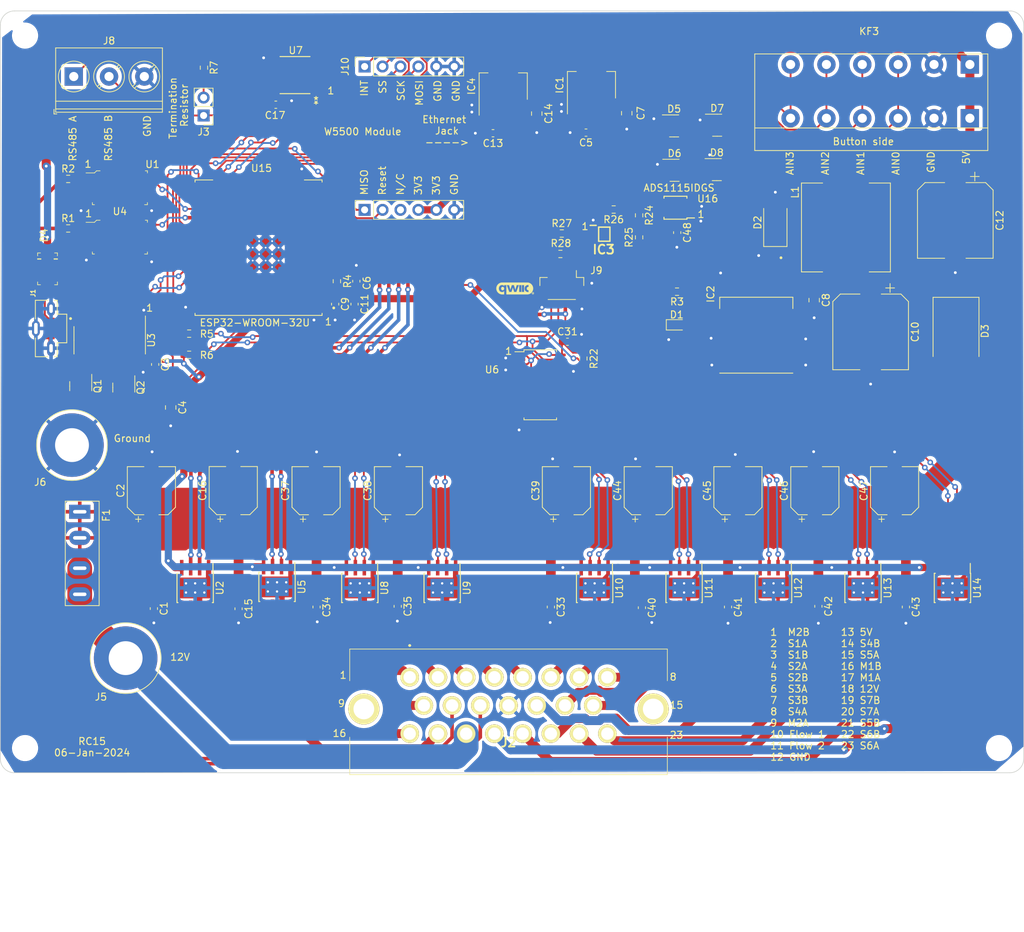
<source format=kicad_pcb>
(kicad_pcb (version 20221018) (generator pcbnew)
  (title_block (title "RC14") (date "2023-09-26"))
  (layers (0 "F.Cu" signal) (31 "B.Cu" signal) (34 "B.Paste" user) (35 "F.Paste" user) (36 "B.SilkS" user "B.Silkscreen") (37 "F.SilkS" user "F.Silkscreen") (38 "B.Mask" user) (39 "F.Mask" user) (44 "Edge.Cuts" user))
  (net 0 "")
  (net 1 "uC_EN")
  (net 2 "GND")
  (net 3 "+5V")
  (net 4 "+12V")
  (net 5 "Net-(D3-K)")
  (net 6 "ResetNW")
  (net 8 "S2B")
  (net 9 "S2A")
  (net 10 "S3B")
  (net 11 "S3A")
  (net 14 "S5B")
  (net 15 "S5A")
  (net 16 "S6B")
  (net 17 "S6A")
  (net 18 "S7B")
  (net 19 "S7A")
  (net 20 "S1A")
  (net 21 "S1B")
  (net 22 "S4B")
  (net 23 "FlowSensor1")
  (net 24 "S4A")
  (net 25 "+3.3V")
  (net 26 "M2A")
  (net 27 "M2B")
  (net 28 "Net-(D1-A)")
  (net 29 "FlowSensor2")
  (net 30 "Net-(IC2-Output)")
  (net 31 "Net-(D4-A)")
  (net 33 "Net-(J1-D-)")
  (net 34 "Net-(J1-D+)")
  (net 36 "Net-(R1-Pad2)")
  (net 37 "OutputEnable")
  (net 38 "M1B")
  (net 39 "M1A")
  (net 40 "Net-(R2-Pad2)")
  (net 41 "M1_IN2")
  (net 42 "FlowPin2")
  (net 43 "M1_IN1")
  (net 44 "M2_IN2")
  (net 45 "SS")
  (net 46 "SCL")
  (net 47 "SDA")
  (net 48 "SCK")
  (net 49 "Net-(Q1-G)")
  (net 50 "Net-(Q1-S)")
  (net 51 "Net-(Q2-D)")
  (net 58 "uC_RX")
  (net 59 "uC_TX")
  (net 61 "MOSI")
  (net 62 "MISO")
  (net 63 "INTn")
  (net 64 "Net-(U6-LED2)")
  (net 65 "Net-(U6-LED3)")
  (net 66 "Net-(U6-LED0)")
  (net 67 "Net-(U6-LED1)")
  (net 68 "Net-(U10-IN1)")
  (net 69 "Net-(U10-IN2)")
  (net 70 "Net-(U11-IN1)")
  (net 71 "Net-(U11-IN2)")
  (net 72 "Net-(U12-IN1)")
  (net 73 "Net-(U12-IN2)")
  (net 74 "Net-(U13-IN1)")
  (net 75 "Net-(U13-IN2)")
  (net 76 "Net-(U14-IN1)")
  (net 77 "Net-(U14-IN2)")
  (net 88 "Net-(J3-Pin_1)")
  (net 89 "Net-(J3-Pin_2)")
  (net 90 "FlowPin1")
  (net 92 "Net-(U16-AIN3)")
  (net 93 "Net-(U16-AIN2)")
  (net 94 "Net-(U16-AIN1)")
  (net 95 "Net-(IC3-EN)")
  (net 96 "Net-(IC3-SCL2)")
  (net 97 "Net-(IC3-SDA2)")
  (net 98 "Net-(U16-AIN0)")
  (net 100 "Net-(IC4-OUTPUT)")
  (net 102 "M2_IN1")
  (net 104 "unconnected-(U6-LED15-Pad22)")
  (net 105 "Net-(J5-Pin_1)")
  (net 106 "RX2")
  (net 107 "RS485_Enable")
  (net 108 "TX2")
  (net 109 "Net-(J8-Pin_1)")
  (footprint "Package_TO_SOT_SMD:SOT-23" (layer "F.Cu") (at 115.4625 36.3)
    (fp_text reference "D5")
    (fp_text value "BAV99")
  )
  (footprint "Capacitor_SMD:C_0603_1608Metric" (layer "F.Cu") (at 53.75 104.75 -90)
    (fp_text reference "C15")
    (fp_text value "0.1uF")
  )
  (footprint "Package_SO:SOIC-16_3.9x9.9mm_P1.27mm" (layer "F.Cu") (at 35.4893 66.6907 -90)
    (fp_text reference "U3")
    (fp_text value "CH340C")
  )
  (footprint "Capacitor_SMD:C_0805_2012Metric" (layer "F.Cu") (at 108.75 34.5 -90)
    (fp_text reference "C7")
    (fp_text value "10uF")
  )
  (footprint "Capacitor_SMD:C_0603_1608Metric" (layer "F.Cu") (at 98 104.5 -90)
    (fp_text reference "C33")
    (fp_text value "0.1uF")
  )
  (footprint "Package_TO_SOT_SMD:SOT-223" (layer "F.Cu") (at 103.75 30.5 90)
    (fp_text reference "IC1")
    (fp_text value "AZ1117")
  )
  (footprint "Package_SO:Texas_HTSOP-8-1EP_3.9x4.9mm_P1.27mm_EP2.95x4.9mm_Mask2.4x3.1mm_ThermalVias" (layer "F.Cu") (at 104.2 101.8 -90)
    (fp_text reference "U10")
    (fp_text value "DRV8870DDA")
  )
  (footprint "Capacitor_SMD:CP_Elec_6.3x5.4" (layer "F.Cu") (at 146.7 88.014434 90)
    (fp_text reference "C47")
    (fp_text value "47uF")
  )
  (footprint "Capacitor_SMD:CP_Elec_6.3x5.4" (layer "F.Cu") (at 64.733332 88.014434 90)
    (fp_text reference "C37")
    (fp_text value "47uF")
  )
  (footprint "MountingHole:MountingHole_3.2mm_M3" (layer "F.Cu") (at 23.5 23.5)
    (fp_text reference " ")
    (fp_text value " ")
  )
  (footprint "MyFootprints:TMPA1265SP-101MN-D" (layer "F.Cu") (at 139.803375 50.7 90)
    (fp_text reference "L1")
    (fp_text value "SMDRI127-330MT")
  )
  (footprint "Connector_PinSocket_2.54mm:PinSocket_1x06_P2.54mm_Vertical" (layer "F.Cu") (at 71.61 48.2 90)
    (fp_text reference "J7" hide)
    (fp_text value "Conn_01x06_Socket")
  )
  (footprint "Resistor_SMD:R_0603_1608Metric" (layer "F.Cu") (at 115.875 59.8 180)
    (fp_text reference "R3")
    (fp_text value "500")
  )
  (footprint "Resistor_SMD:R_0603_1608Metric" (layer "F.Cu") (at 67.6843 58.3157 90)
    (fp_text reference "R4")
    (fp_text value "10K")
  )
  (footprint "Package_TO_SOT_SMD:SOT-23" (layer "F.Cu") (at 121.5125 42.5)
    (fp_text reference "D8")
    (fp_text value "BAV99")
  )
  (footprint "MyFootprints:KF142V-5.08-6P" (layer "F.Cu") (at 126.885 26.095)
    (fp_text reference "KF3")
    (fp_text value "KF142V-5.0-6P")
  )
  (footprint "Connector_PinHeader_2.54mm:PinHeader_1x02_P2.54mm_Vertical" (layer "F.Cu") (at 48.8 34.825 180)
    (fp_text reference "J3")
    (fp_text value "Conn_01x02_Pin")
  )
  (footprint "Package_TO_SOT_SMD:SOT-223" (layer "F.Cu") (at 91.25 30.6875 90)
    (fp_text reference "IC4")
    (fp_text value "AZ1117")
  )
  (footprint "Capacitor_SMD:C_0603_1608Metric" (layer "F.Cu") (at 70.1843 61.5657 -90)
    (fp_text reference "C11")
    (fp_text value "22uF")
  )
  (footprint "Capacitor_SMD:C_0805_2012Metric" (layer "F.Cu") (at 96 34.55 -90)
    (fp_text reference "C14")
    (fp_text value "10uF")
  )
  (footprint "MyFootprints:7760871" (layer "F.Cu") (at 78 114.4572)
    (fp_text reference "J2")
    (fp_text value "776087-1-776087-1" hide)
  )
  (footprint "MyFootprints:Qwic_vertical" (layer "F.Cu") (at 99.55 58.9 180)
    (fp_text reference "J9")
    (fp_text value "I2C")
  )
  (footprint "MyFootprints:QwiicLogo" (layer "F.Cu") (at 92.9 59.3)
    (fp_text reference "G***" hide)
    (fp_text value "LOGO" hide)
  )
  (footprint "Package_TO_SOT_SMD:SOT-23" (layer "F.Cu") (at 115.522086 42.590414)
    (fp_text reference "D6")
    (fp_text value "BAV99")
  )
  (footprint "Package_TO_SOT_SMD:SOT-23" (layer "F.Cu") (at 121.5625 36.2)
    (fp_text reference "D7")
    (fp_text value "BAV99")
  )
  (footprint "MountingHole:MountingHole_3.2mm_M3" (layer "F.Cu") (at 161.5 23.5)
    (fp_text reference " ")
    (fp_text value " ")
  )
  (footprint "Resistor_SMD:R_0603_1608Metric" (layer "F.Cu") (at 99.35 54.45)
    (fp_text reference "R28")
    (fp_text value "217")
  )
  (footprint "Package_SO:Texas_HTSOP-8-1EP_3.9x4.9mm_P1.27mm_EP2.95x4.9mm_Mask2.4x3.1mm_ThermalVias" (layer "F.Cu") (at 59.2 101.65 -90)
    (fp_text reference "U5")
    (fp_text value "DRV8870DDA")
  )
  (footprint "Package_SO:TSSOP-28_4.4x9.7mm_P0.65mm" (layer "F.Cu") (at 96.5 73)
    (fp_text reference "U6")
    (fp_text value "PCA9685PW")
  )
  (footprint "Capacitor_SMD:CP_Elec_6.3x5.4" (layer "F.Cu") (at 53 88 90)
    (fp_text reference "C16")
    (fp_text value "47uF")
  )
  (footprint "Resistor_SMD:R_0603_1608Metric" (layer "F.Cu") (at 29.6093 43.8157)
    (fp_text reference "R2")
    (fp_text value "2.7K")
  )
  (footprint "Capacitor_SMD:C_0603_1608Metric" (layer "F.Cu") (at 41.75 104.725 -90)
    (fp_text reference "C1")
    (fp_text value "0.1uF")
  )
  (footprint "Capacitor_SMD:CP_Elec_6.3x5.4" (layer "F.Cu") (at 100.2 88.014434 90)
    (fp_text reference "C39")
    (fp_text value "47uF")
  )
  (footprint "MyFootprints:MOLEX_105133-0011" (layer "F.Cu") (at 27.1843 65.0157 -90)
    (fp_text reference "J1")
    (fp_text value "105133-0011")
  )
  (footprint "Package_SO:TSSOP-10_3x3mm_P0.5mm" (layer "F.Cu") (at 115.65 47.9 180)
    (fp_text reference "U16")
    (fp_text value "ADS1115IDGS")
  )
  (footprint "MyFootprints:PowerPin" (layer "F.Cu") (at 37.75 111.75)
    (fp_text reference "J5")
    (fp_text value "12V ")
  )
  (footprint "Capacitor_SMD:C_0603_1608Metric" (layer "F.Cu") (at 102.975 37.25 180)
    (fp_text reference "C5")
    (fp_text value "22uF")
  )
  (footprint "Package_SO:Texas_HTSOP-8-1EP_3.9x4.9mm_P1.27mm_EP2.95x4.9mm_Mask2.4x3.1mm_ThermalVias" (layer "F.Cu") (at 47.6 101.8 -90)
    (fp_text reference "U2")
    (fp_text value "DRV8870DDA")
  )
  (footprint "Capacitor_SMD:C_0805_2012Metric" (layer "F.Cu") (at 135.303375 61 -90)
    (fp_text reference "C8")
    (fp_text value "1uF")
  )
  (footprint "digikey-footprints:SMD-4_4.6x7.62mm_P2.54mm" (layer "F.Cu") (at 36.9343 45.0657)
    (fp_text reference "U1")
    (fp_text value "PC817 chip")
  )
  (footprint "Package_SO:Texas_HTSOP-8-1EP_3.9x4.9mm_P1.27mm_EP2.95x4.9mm_Mask2.4x3.1mm_ThermalVias" (layer "F.Cu") (at 70.933332 101.8 -90)
    (fp_text reference "U8")
    (fp_text value "DRV8870DDA")
  )
  (footprint "Resistor_SMD:R_0603_1608Metric" (layer "F.Cu") (at 46.75 65.75)
    (fp_text reference "R5")
    (fp_text value "2.2K")
  )
  (footprint "TerminalBlock_Phoenix:TerminalBlock_Phoenix_PT-1,5-3-5.0-H_1x03_P5.00mm_Horizontal" (layer "F.Cu") (at 30.4 29.3)
    (fp_text reference "J8")
    (fp_text value "Screw_Terminal_01x03")
  )
  (footprint "Resistor_SMD:R_0603_1608Metric" (layer "F.Cu") (at 46.75 68.75)
    (fp_text reference "R6")
    (fp_text value "2.2K")
  )
  (footprint "Capacitor_SMD:CP_Elec_6.3x5.4" (layer "F.Cu") (at 135.4 88.014434 90)
    (fp_text reference "C46")
    (fp_text value "47uF")
  )
  (footprint "Resistor_SMD:R_0603_1608Metric" (layer "F.Cu") (at 48.85 28.05 -90)
    (fp_text reference "R7")
    (fp_text value "120")
  )
  (footprint "digikey-footprints:SMD-4_4.6x7.62mm_P2.54mm" (layer "F.Cu") (at 36.9343 52.0657)
    (fp_text reference "U4")
    (fp_text value "PC817 chip")
  )
  (footprint "MyFootprints:TO263-5L" (layer "F.Cu") (at 127.103375 63.29325 -90)
    (fp_text reference "IC2")
    (fp_text value "XL2596")
  )
  (footprint "Capacitor_SMD:C_0603_1608Metric" (layer "F.Cu") (at 148.3 104.5 -90)
    (fp_text reference "C43")
    (fp_text value "0.1uF")
  )
  (footprint "Capacitor_SMD:C_0603_1608Metric" (layer "F.Cu") (at 123.1 104.5 -90)
    (fp_text reference "C41")
    (fp_text value "0.1uF")
  )
  (footprint "Resistor_SMD:R_0603_1608Metric" (layer "F.Cu") (at 106.9 48.15 180)
    (fp_text reference "R26")
    (fp_text value "200K")
  )
  (footprint "footprints:21-0041B_8_MXM" (layer "F.Cu") (at 61.75 29.1 180)
    (fp_text reference "U7")
    (fp_text value "C9943")
  )
  (footprint "Capacitor_SMD:C_0603_1608Metric" (layer "F.Cu") (at 67.4343 61.5657 -90)
    (fp_text reference "C9")
    (fp_text value "0.1uF")
  )
  (footprint "Capacitor_SMD:C_0603_1608Metric" (layer "F.Cu") (at 41.9343 70.1157 -90)
    (fp_text reference "C3")
    (fp_text value "0.1uF")
  )
  (footprint "MyFootprints:PCA9306DCUR" (layer "F.Cu") (at 105.567 51.65)
    (fp_text reference "IC3")
    (fp_text value "PCA9306DCUR" hide)
  )
  (footprint "Resistor_SMD:R_0603_1608Metric" (layer "F.Cu") (at 99.55 51.55)
    (fp_text reference "R27")
    (fp_text value "217")
  )
  (footprint "LED_SMD:LED_0603_1608Metric" (layer "F.Cu") (at 115.8375 64.5)
    (fp_text reference "D1")
    (fp_text value "LED")
  )
  (footprint "Resistor_SMD:R_0603_1608Metric" (layer "F.Cu") (at 110.5 52.1 90)
    (fp_text reference "R25")
    (fp_text value "341")
  )
  (footprint "Capacitor_SMD:C_0603_1608Metric" (layer "F.Cu") (at 100.35 66.9)
    (fp_text reference "C31")
    (fp_text value "0.1uF")
  )
  (footprint "Capacitor_SMD:CP_Elec_6.3x5.4" (layer "F.Cu") (at 111.8 88.014434 90)
    (fp_text reference "C44")
    (fp_text value "47uF")
  )
  (footprint "Resistor_SMD:R_0603_1608Metric" (layer "F.Cu") (at 110.5 48.975 -90)
    (fp_text reference "R24")
    (fp_text value "341")
  )
  (footprint "Capacitor_SMD:CP_Elec_6.3x5.4" (layer "F.Cu") (at 124.5 88.014434 90)
    (fp_text reference "C45")
    (fp_text value "47uF")
  )
  (footprint "Connector_PinSocket_2.54mm:PinSocket_1x06_P2.54mm_Vertical" (layer "F.Cu") (at 71.61 27.88 90)
    (fp_text reference "J10")
    (fp_text value "Conn_01x06_Socket")
  )
  (footprint "Capacitor_SMD:C_0805_2012Metric" (layer "F.Cu") (at 44.1343 76.2157 -90)
    (fp_text reference "C4")
    (fp_text value "1uF")
  )
  (footprint "ESP32-WROOM-32U:XCVR_ESP32-WROOM-32U" (layer "F.Cu") (at 56.5861 53.5643 180)
    (fp_text reference "U15")
    (fp_text value "ESP32-WROOM-32U")
  )
  (footprint "MountingHole:MountingHole_3.2mm_M3" (layer "F.Cu") (at 23.5 124.5)
    (fp_text reference " ")
    (fp_text value " ")
  )
  (footprint "MyFootprints:PowerPin" (layer "F.Cu") (at 30.15 81.55)
    (fp_text reference "J6")
    (fp_text value "Ground")
  )
  (footprint "Capacitor_SMD:C_0603_1608Metric" (layer "F.Cu") (at 115.9 51.425 -90)
    (fp_text reference "C48")
    (fp_text value "0.1uF")
  )
  (footprint "Package_TO_SOT_SMD:SOT-23" (layer "F.Cu") (at 31.3893 73.1907 -90)
    (fp_text reference "Q1")
    (fp_text value "BSS138")
  )
  (footprint "Capacitor_SMD:CP_Elec_10x10.5" (layer "F.Cu") (at 155.303375 49.7 -90)
    (fp_text reference "C12")
    (fp_text value "330uF")
  )
  (footprint "Resistor_SMD:R_0603_1608Metric" (layer "F.Cu") (at 102.6 69.275 -90)
    (fp_text reference "R22")
    (fp_text value "10K")
  )
  (footprint "Capacitor_SMD:CP_Elec_6.3x5.4" (layer "F.Cu") (at 76.4 88.014434 90)
    (fp_text reference "C38")
    (fp_text value "47uF")
  )
  (footprint "Capacitor_SMD:C_0603_1608Metric" (layer "F.Cu") (at 59.02585 33.295)
    (fp_text reference "C17")
    (fp_text value "0.1uF")
  )
  (footprint "Resistor_SMD:R_0603_1608Metric" (layer "F.Cu") (at 29.6093 50.8357)
    (fp_text reference "R1")
    (fp_text value "2.7K")
  )
  (footprint "Capacitor_SMD:C_0603_1608Metric" (layer "F.Cu") (at 110.9 104.6 -90)
    (fp_text reference "C40")
    (fp_text value "0.1uF")
  )
  (footprint "MyFootprints:D_SMC_larger_pads" (layer "F.Cu") (at 155.403375 65.4 -90)
    (fp_text reference "D3")
    (fp_text value "S10MC")
  )
  (footprint "Package_SO:Texas_HTSOP-8-1EP_3.9x4.9mm_P1.27mm_EP2.95x4.9mm_Mask2.4x3.1mm_ThermalVias" (layer "F.Cu") (at 116.875 101.8 -90)
    (fp_text reference "U11")
    (fp_text value "DRV8870DDA")
  )
  (footprint "Capacitor_SMD:C_0603_1608Metric" (layer "F.Cu") (at 135.9 104.4 -90)
    (fp_text reference "C42")
    (fp_text value "0.1uF")
  )
  (footprint "Capacitor_SMD:C_0603_1608Metric" (layer "F.Cu") (at 70.4343 58.3157 90)
    (fp_text reference "C6")
    (fp_text value "0.1uF")
  )
  (footprint "Package_TO_SOT_SMD:SOT-23" (layer "F.Cu") (at 37.4893 73.3907 -90)
    (fp_text reference "Q2")
    (fp_text value "BSS138")
  )
  (footprint "Package_SO:Texas_HTSOP-8-1EP_3.9x4.9mm_P1.27mm_EP2.95x4.9mm_Mask2.4x3.1mm_ThermalVias" (layer "F.Cu") (at 82.6 101.8 -90)
    (fp_text reference "U9")
    (fp_text value "DRV8870DDA")
  )
  (footprint "Package_SO:Texas_HTSOP-8-1EP_3.9x4.9mm_P1.27mm_EP2.95x4.9mm_Mask2.4x3.1mm_ThermalVias" (layer "F.Cu") (at 129.55 101.8 -90)
    (fp_text reference "U12")
    (fp_text value "DRV8870DDA")
  )
  (footprint "MyFootprints:SMA(DO-214AC)" (layer "F.Cu") (at 129.803375 50 90)
    (fp_text reference "D2")
    (fp_text value "SS36")
  )
  (footprint "Capacitor_SMD:C_0603_1608Metric" (layer "F.Cu") (at 76.3 104.4 -90)
    (fp_text reference "C35")
    (fp_text value "0.1uF")
  )
  (footprint "MountingHole:MountingHole_3.2mm_M3" (layer "F.Cu") (at 161.5 124.5)
    (fp_text reference " ")
    (fp_text value " ")
  )
  (footprint "Capacitor_SMD:CP_Elec_6.3x5.4" (layer "F.Cu") (at 41.4 88.014434 90)
    (fp_text reference "C2")
    (fp_text value "47uF")
  )
  (footprint "MyFootprints:Fuse_Holder_C492610" (layer "F.Cu") (at 34 89.5 -90)
    (fp_text reference "F1")
    (fp_text value "C492610")
  )
  (footprint "Capacitor_SMD:C_0603_1608Metric" (layer "F.Cu") (at 64.8 104.5 -90)
    (fp_text reference "C34")
    (fp_text value "0.1uF")
  )
  (footprint "Package_SO:Texas_HTSOP-8-1EP_3.9x4.9mm_P1.27mm_EP2.95x4.9mm_Mask2.4x3.1mm_ThermalVias" (layer "F.Cu") (at 142.225 101.8 -90)
    (fp_text reference "U13")
    (fp_text value "DRV8870DDA")
  )
  (footprint "Capacitor_SMD:CP_Elec_10x10.5" (layer "F.Cu") (at 143.303375 65.5 -90)
    (fp_text reference "C10")
    (fp_text value "470uF")
  )
  (footprint "Capacitor_SMD:C_0603_1608Metric" (layer "F.Cu") (at 89.8 37.3375 180)
    (fp_text reference "C13")
    (fp_text value "22uF")
  )
  (footprint "Package_SO:Texas_HTSOP-8-1EP_3.9x4.9mm_P1.27mm_EP2.95x4.9mm_Mask2.4x3.1mm_ThermalVias" (layer "F.Cu") (at 154.9 101.8 -90)
    (fp_text reference "U14")
    (fp_text value "DRV8870DDA")
  )
  (footprint "MyFootprints:DO-214AC" (layer "F.Cu") (at 26.6843 56.5657 -90)
    (fp_text reference "D4")
    (fp_text value "M7 - C95872")
  )
  (gr_arc (start 22 128) (mid 20.585786 127.414214) (end 20 126) (stroke (width 0.1)) (layer "Edge.Cuts"))
  (gr_line (start 22 20) (end 163 20) (stroke (width 0.1)) (layer "Edge.Cuts"))
  (gr_line (start 20 126) (end 20 22) (stroke (width 0.1)) (layer "Edge.Cuts"))
  (gr_arc (start 163 20) (mid 164.414214 20.585786) (end 165 22) (stroke (width 0.1)) (layer "Edge.Cuts"))
  (gr_arc (start 165 126) (mid 164.414214 127.414214) (end 163 128) (stroke (width 0.1)) (layer "Edge.Cuts"))
  (gr_arc (start 20 22) (mid 20.585786 20.585786) (end 22 20) (stroke (width 0.1)) (layer "Edge.Cuts"))
  (gr_line (start 163 128) (end 22 128) (stroke (width 0.1)) (layer "Edge.Cuts"))
  (gr_line (start 165 126) (end 165 22) (stroke (width 0.1)) (layer "Edge.Cuts"))
  (gr_text "Ethernet \nJack\n---->" (at 83.27 39.2) (layer "F.SilkS") (effects (font (size 1 1)) (justify bottom)))
  (gr_text "SS" (at 74.75 31.819048 90) (layer "F.SilkS") (effects (font (size 1 1)) (justify left bottom)))
  (gr_text "1" (at 91.44 68.822) (layer "F.SilkS") (effects (font (size 1 1)) (justify left bottom)))
  (gr_text "9" (at 67.75 118.75) (layer "F.SilkS") (effects (font (size 1 1)) (justify left bottom)))
  (gr_text "1" (at 68 114.75) (layer "F.SilkS") (effects (font (size 1 1)) (justify left bottom)))
  (gr_text "AIN1" (at 142.465 43.365 90) (layer "F.SilkS") (effects (font (size 1 1)) (justify left bottom)))
  (gr_text "16" (at 67 123) (layer "F.SilkS") (effects (font (size 1 1)) (justify left bottom)))
  (gr_text "N/C" (at 77.25 46.2 90) (layer "F.SilkS") (effects (font (size 1 1)) (justify left bottom)))
  (gr_text "1" (at 118.698 49.416) (layer "F.SilkS") (effects (font (size 1 1)) (justify left bottom)))
  (gr_text "1" (at 66.25 31.9) (layer "F.SilkS") (effects (font (size 1 1)) (justify left bottom)))
  (gr_text "1" (at 65.9 64.65) (layer "F.SilkS") (effects (font (size 1 1)) (justify left bottom)))
  (gr_text "3V3" (at 82.35 46.2 90) (layer "F.SilkS") (effects (font (size 1 1)) (justify left bottom)))
  (gr_text "13 5V\n14 S4B\n15 S5A\n16 M1B\n17 M1A\n18 12V\n19 S7B\n20 S7A\n21 S5B\n22 S6B\n23 S6A" (at 139 124.75) (layer "F.SilkS") (effects (font (size 1 1)) (justify left bottom)))
  (gr_text "RS485 B" (at 35.9 41.4 90) (layer "F.SilkS") (effects (font (size 1 1)) (justify left bottom)))
  (gr_text "W5500 Module" (at 65.77 37.7) (layer "F.SilkS") (effects (font (size 1 1)) (justify left bottom)))
  (gr_text "AIN3" (at 132.4691 43.365 90) (layer "F.SilkS") (effects (font (size 1 1)) (justify left bottom)))
  (gr_text "Termination \nResistor" (at 46.65 33.4 90) (layer "F.SilkS") (effects (font (size 1 1)) (justify bottom)))
  (gr_text "1" (at 31.9343 49.3157) (layer "F.SilkS") (effects (font (size 1 1)) (justify left bottom)))
  (gr_text "1  M2B\n2  S1A\n3  S1B\n4  S2A\n5  S2B\n6  S3A\n7  S3B\n8  S4A\n9  M2A\n10 Flow 1\n11 Flow 2\n12 GND" (at 129 126.36) (layer "F.SilkS") (effects (font (size 1 1)) (justify left bottom)))
  (gr_text "AIN2" (at 137.46705 43.365 90) (layer "F.SilkS") (effects (font (size 1 1)) (justify left bottom)))
  (gr_text "Reset" (at 74.7 46.2 90) (layer "F.SilkS") (effects (font (size 1 1)) (justify left bottom)))
  (gr_text "RS485 A" (at 30.85 41.4 90) (layer "F.SilkS") (effects (font (size 1 1)) (justify left bottom)))
  (gr_text "RC15\n06-Jan-2024" (at 33 124.35) (layer "F.SilkS") (effects (font (size 1 1))))
  (gr_text "AIN0" (at 147.46295 43.365 90) (layer "F.SilkS") (effects (font (size 1 1)) (justify left bottom)))
  (gr_text "GND" (at 151.85915 41.430477 90) (layer "F.SilkS") (effects (font (size 1 1))))
  (gr_text "1" (at 40.5743 62.6977) (layer "F.SilkS") (effects (font (size 1 1)) (justify left bottom)))
  (gr_text "5V" (at 156.8571 40.811429 90) (layer "F.SilkS") (effects (font (size 1 1))))
  (gr_text "GND" (at 82.55 32.961905 90) (layer "F.SilkS") (effects (font (size 1 1)) (justify left bottom)))
  (gr_text "MISO" (at 72.15 46.2 90) (layer "F.SilkS") (effects (font (size 1 1)) (justify left bottom)))
  (gr_text "15" (at 114.75 119) (layer "F.SilkS") (effects (font (size 1 1)) (justify left bottom)))
  (gr_text "23" (at 114.75 123.25) (layer "F.SilkS") (effects (font (size 1 1)) (justify left bottom)))
  (gr_text "SCK" (at 77.35 32.866667 90) (layer "F.SilkS") (effects (font (size 1 1)) (justify left bottom)))
  (gr_text "GND" (at 85.15 32.961905 90) (layer "F.SilkS") (effects (font (size 1 1)) (justify left bottom)))
  (gr_text "1" (at 102.265 51.142) (layer "F.SilkS") (effects (font (size 1 1)) (justify left bottom)))
  (gr_text "MOSI" (at 79.95 33.533333 90) (layer "F.SilkS") (effects (font (size 1 1)) (justify left bottom)))
  (gr_text "3V3" (at 79.8 46.2 90) (layer "F.SilkS") (effects (font (size 1 1)) (justify left bottom)))
  (gr_text "GND" (at 84.9 46.2 90) (layer "F.SilkS") (effects (font (size 1 1)) (justify left bottom)))
  (gr_text "INT" (at 72.15 32.2 90) (layer "F.SilkS") (effects (font (size 1 1)) (justify left bottom)))
  (gr_text "GND" (at 41.4 37.95 90) (layer "F.SilkS") (effects (font (size 1 1)) (justify left bottom)))
  (gr_text "1" (at 31.85 42.3) (layer "F.SilkS") (effects (font (size 1 1)) (justify left bottom)))
  (gr_text "8" (at 114.75 115) (layer "F.SilkS") (effects (font (size 1 1)) (justify left bottom)))
  (segment (start 67.6843 57.4907) (end 68.8343 57.4907) (width 0.508) (layer "F.Cu") (net 1))
  (segment (start 44.1843 75.2157) (end 44.1343 75.2657) (width 0.508) (layer "F.Cu") (net 1))
  (segment (start 31.3893 74.1282) (end 32.6538 75.3927) (width 0.254) (layer "F.Cu") (net 1))
  (segment (start 32.6538 75.3927) (end 44.0073 75.3927) (width 0.254) (layer "F.Cu") (net 1))
  (segment (start 59.3157 59.4343) (end 44.25 74.5) (width 0.254) (layer "F.Cu") (net 1))
  (segment (start 44.0073 75.3927) (end 44.1343 75.2657) (width 0.254) (layer "F.Cu") (net 1))
  (segment (start 65.0861 59.4343) (end 59.3157 59.4343) (width 0.254) (layer "F.Cu") (net 1))
  (segment (start 66.1741 59.4343) (end 66.5401 59.0683) (width 0.508) (layer "F.Cu") (net 1))
  (segment (start 44.25 75.15) (end 44.1343 75.2657) (width 0.254) (layer "F.Cu") (net 1))
  (segment (start 68.8343 57.4907) (end 70.4343 59.0907) (width 0.508) (layer "F.Cu") (net 1))
  (segment (start 66.5401 59.0683) (end 66.5401 58.6349) (width 0.508) (layer "F.Cu") (net 1))
  (segment (start 65.0861 59.4343) (end 66.1741 59.4343) (width 0.508) (layer "F.Cu") (net 1))
  (segment (start 66.5401 58.6349) (end 67.6843 57.4907) (width 0.508) (layer "F.Cu") (net 1))
  (segment (start 44.25 74.5) (end 44.25 75.15) (width 0.254) (layer "F.Cu") (net 1))
  (segment (start 103.992 50.9) (end 103.992 49.658) (width 0.254) (layer "F.Cu") (net 2))
  (segment (start 115.9 52.2) (end 115.9 53.45) (width 0.254) (layer "F.Cu") (net 2))
  (segment (start 117.8 47.9) (end 119.161 47.9) (width 0.254) (layer "F.Cu") (net 2))
  (segment (start 64.8 106.5) (end 64.9 106.6) (width 1.016) (layer "F.Cu") (net 2))
  (segment (start 47.3918 62.0757) (end 46.3257 62.0757) (width 0.508) (layer "F.Cu") (net 2))
  (segment (start 64.8 105.275) (end 64.8 106.5) (width 1.016) (layer "F.Cu") (net 2))
  (segment (start 127.103375 57.16325) (end 127.103375 55.01843) (width 1.27) (layer "F.Cu") (net 2))
  (segment (start 41.4 85.214434) (end 41.4 82.6) (width 1.3716) (layer "F.Cu") (net 2))
  (segment (start 118.78 98.925) (end 118.78 99.895) (width 0.508) (layer "F.Cu") (net 2))
  (segment (start 120.575 41.55) (end 120.575 40.475) (width 0.254) (layer "F.Cu") (net 2))
  (segment (start 88.45 34.3375) (end 88.95 33.8375) (width 1.016) (layer "F.Cu") (net 2))
  (segment (start 146.7 85.214434) (end 146.7 82.514434) (width 1.016) (layer "F.Cu") (net 2))
  (segment (start 91.775 70.725) (end 91.6 70.9) (width 0.254) (layer "F.Cu") (net 2))
  (segment (start 118.78 99.895) (end 116.875 101.8) (width 0.508) (layer "F.Cu") (net 2))
  (segment (start 89.025 37.3375) (end 87.3 37.3375) (width 1.016) (layer "F.Cu") (net 2))
  (segment (start 101.05 57.575) (end 102.075 58.6) (width 0.508) (layer "F.Cu") (net 2))
  (segment (start 155.303375 53.9) (end 155.303376 57.099999) (width 1.27) (layer "F.Cu") (net 2))
  (segment (start 122.06325 57.16325) (end 122.05 57.15) (width 1.27) (layer "F.Cu") (net 2))
  (segment (start 53.75 106.75) (end 53.75 105.5466) (width 1.3716) (layer "F.Cu") (net 2))
  (segment (start 126.710125 66.4) (end 127.103375 66.79325) (width 1.27) (layer "F.Cu") (net 2))
  (segment (start 114.584586 41.640414) (end 113.209588 41.640414) (width 0.254) (layer "F.Cu") (net 2))
  (segment (start 148.3 105.275) (end 148.3 106.8) (width 1.016) (layer "F.Cu") (net 2))
  (segment (start 72.838332 100.545) (end 72.233332 101.15) (width 0.762) (layer "F.Cu") (net 2))
  (segment (start 99.5 34.25) (end 100.85 34.25) (width 1.016) (layer "F.Cu") (net 2))
  (segment (start 93.6375 70.725) (end 91.775 70.725) (width 0.254) (layer "F.Cu") (net 2))
  (segment (start 62.3011 44.4643) (end 62.3011 42.7989) (width 0.762) (layer "F.Cu") (net 2))
  (segment (start 96 35.5) (end 96 37.25) (width 1.27) (layer "F.Cu") (net 2))
  (segment (start 91.825 69.425) (end 91.6 69.2) (width 0.254) (layer "F.Cu") (net 2))
  (segment (start 39.9343 62.806596) (end 40.319748 62.421148) (width 0.508) (layer "F.Cu") (net 2))
  (segment (start 100.2 85.214434) (end 98.485566 83.5) (width 1.016) (layer "F.Cu") (net 2))
  (segment (start 41.9343 71.0657) (end 40.3843 71.0657) (width 0.508) (layer "F.Cu") (net 2))
  (segment (start 111.8 85.214434) (end 110.085566 83.5) (width 1.016) (layer "F.Cu") (net 2))
  (segment (start 130.185 102.435) (end 129.55 101.8) (width 0.508) (layer "F.Cu") (net 2))
  (segment (start 156.805 98.925) (end 156.805 99.895) (width 0.508) (layer "F.Cu") (net 2))
  (segment (start 104.835 102.435) (end 104.2 101.8) (width 0.508) (layer "F.Cu") (net 2))
  (segment (start 134.103375 70.2) (end 130.510125 70.2) (width 1.27) (layer "F.Cu") (net 2))
  (segment (start 131.455 98.925) (end 131.455 100.545) (width 0.508) (layer "F.Cu") (net 2))
  (segment (start 100.85 34.25) (end 101.45 33.65) (width 1.016) (layer "F.Cu") (net 2))
  (segment (start 41.4343 53.3357) (end 41.4343 55.5657) (width 0.254) (layer "F.Cu") (net 2))
  (segment (start 114.9 66.3955) (end 114.6955 66.6) (width 0.508) (layer "F.Cu") (net 2))
  (segment (start 98 105.275) (end 98 106.6) (width 1.016) (layer "F.Cu") (net 2))
  (segment (start 84.505 100.545) (end 83.9 101.15) (width 0.762) (layer "F.Cu") (net 2))
  (segment (start 41.75 106.75) (end 41.75 105.5216) (width 1.3716) (layer "F.Cu") (net 2))
  (segment (start 60.706155 33.295) (end 61.265989 32.735166) (width 0.254) (layer "F.Cu") (net 2))
  (segment (start 143.303375 69.7) (end 143.303375 72.9) (width 1.27) (layer "F.Cu") (net 2))
  (segment (start 117.51 103.085) (end 116.875 102.45) (width 0.508) (layer "F.Cu") (net 2))
  (segment (start 59.80085 33.295) (end 60.706155 33.295) (width 0.254) (layer "F.Cu") (net 2))
  (segment (start 64.733332 82.581102) (end 64.8 82.514434) (width 1.3716) (layer "F.Cu") (net 2))
  (segment (start 120.703375 66.4) (end 126.710125 66.4) (width 1.27) (layer "F.Cu") (net 2))
  (segment (start 102.2 37.25) (end 100.725 37.25) (width 1.016) (layer "F.Cu") (net 2))
  (segment (start 57.845 27.195) (end 57.3 26.65) (width 0.254) (layer "F.Cu") (net 2))
  (segment (start 59.901666 104.675) (end 59.901666 103.085) (width 0.762) (layer "F.Cu") (net 2))
  (segment (start 76.3 105.175) (end 76.3 106.450004) (width 1.016) (layer "F.Cu") (net 2))
  (segment (start 108.75 35.45) (end 108.750001 36.750001) (width 1.016) (layer "F.Cu") (net 2))
  (segment (start 70.1843 62.3407) (end 70.1843 63.8157) (width 0.508) (layer "F.Cu") (net 2))
  (segment (start 123.696625 70.2) (end 127.103375 66.79325) (width 1.27) (layer "F.Cu") (net 2))
  (segment (start 155.535 103.085) (end 154.9 102.45) (width 0.508) (layer "F.Cu") (net 2))
  (segment (start 76.4 85.214434) (end 76.4 83.103028) (width 1.3716) (layer "F.Cu") (net 2))
  (segment (start 48.235 104.675) (end 48.235 103.085) (width 0.762) (layer "F.Cu") (net 2))
  (segment (start 26.9343 67.5657) (end 27.1843 67.8157) (width 0.254) (layer "F.Cu") (net 2))
  (segment (start 155.535 104.675) (end 155.535 103.085) (width 0.508) (layer "F.Cu") (net 2))
  (segment (start 113.209588 41.640414) (end 113.1 41.750002) (width 0.254) (layer "F.Cu") (net 2))
  (segment (start 112.656 35.35) (end 112.59 35.284) (width 0.254) (layer "F.Cu") (net 2))
  (segment (start 144.13 98.925) (end 144.13 99.895) (width 0.508) (layer "F.Cu") (net 2))
  (segment (start 110.975 105.375) (end 112.3 106.7) (width 1.016) (layer "F.Cu") (net 2))
  (segment (start 32.4343 46.3357) (end 32.4343 47.3157) (width 0.254) (layer "F.Cu") (net 2))
  (segment (start 129.803375 48) (end 129.803376 45.700001) (width 1.27) (layer "F.Cu") (net 2))
  (segment (start 71.568332 103.085) (end 70.933332 102.45) (width 0.762) (layer "F.Cu") (net 2))
  (segment (start 86.8 34.3375) (end 88.45 34.3375) (width 1.016) (layer "F.Cu") (net 2))
  (segment (start 142.86 103.085) (end 142.225 102.45) (width 0.508) (layer "F.Cu") (net 2))
  (segment (start 130.510125 70.2) (end 127.103375 66.79325) (width 1.27) (layer "F.Cu") (net 2))
  (segment (start 83.235 102.435) (end 82.6 101.8) (width 0.762) (layer "F.Cu") (net 2))
  (segment (start 103.992 49.658) (end 104 49.65) (width 0.254) (layer "F.Cu") (net 2))
  (segment (start 86.8 33.3375) (end 88.45 33.3375) (width 1.016) (layer "F.Cu") (net 2))
  (segment (start 98.485566 83.5) (end 98.25 83.5) (width 1.016) (layer "F.Cu") (net 2))
  (segment (start 62.3011 42.7989) (end 62.7 42.4) (width 0.762) (layer "F.Cu") (net 2))
  (segment (start 64.8918 62.0757) (end 64.8918 63.3582) (width 0.508) (layer "F.Cu") (net 2))
  (segment (start 64.8918 63.3582) (end 64.4343 63.8157) (width 0.508) (layer "F.Cu") (net 2))
  (segment (start 99.3625 71.375) (end 100.925 71.375) (width 0.254) (layer "F.Cu") (net 2))
  (segment (start 119.348844 35.25) (end 119.141756 35.457088) (width 0.254) (layer "F.Cu") (net 2))
  (segment (start 135.303375 61.95) (end 135.303375 63.5) (width 1.27) (layer "F.Cu") (net 2))
  (segment (start 127.396625 66.5) (end 127.103375 66.79325) (width 1.27) (layer "F.Cu") (net 2))
  (segment (start 135.4 82.65158) (end 135.231427 82.483007) (width 1.016) (layer "F.Cu") (net 2))
  (segment (start 99.3625 70.725) (end 100.825 70.725) (width 0.254) (layer "F.Cu") (net 2))
  (segment (start 120.575 40.475) (end 120.5 40.4) (width 0.254) (layer "F.Cu") (net 2))
  (segment (start 135.4 85.214434) (end 135.4 82.65158) (width 1.016) (layer "F.Cu") (net 2))
  (segment (start 64.733332 85.214434) (end 64.733332 82.581102) (width 1.3716) (layer "F.Cu") (net 2))
  (segment (start 70.4343 57.5407) (end 70.4343 56.0657) (width 0.508) (layer "F.Cu") (net 2))
  (segment (start 99.9 33.65) (end 99.5 33.25) (width 1.016) (layer "F.Cu") (net 2))
  (segment (start 84.505 98.925) (end 84.505 100.545) (width 0.762) (layer "F.Cu") (net 2))
  (segment (start 120.803375 70.2) (end 123.696625 70.2) (width 1.27) (layer "F.Cu") (net 2))
  (segment (start 41.4343 46.3357) (end 41.4343 48.3157) (width 0.254) (layer "F.Cu") (net 2))
  (segment (start 67.4343 62.3407) (end 67.4343 63.815686) (width 0.508) (layer "F.Cu") (net 2))
  (segment (start 49.505 100.545) (end 48.9 101.15) (width 0.762) (layer "F.Cu") (net 2))
  (segment (start 59.02585 27.195) (end 57.845 27.195) (width 0.254) (layer "F.Cu") (net 2))
  (segment (start 61.171666 100.545) (end 60.566666 101.15) (width 0.762) (layer "F.Cu") (net 2))
  (segment (start 93.6375 77.225) (end 93.6375 79.2625) (width 0.254) (layer "F.Cu") (net 2))
  (segment (start 119.161 47.9) (end 119.361 47.7) (width 0.254) (layer "F.Cu") (net 2))
  (segment (start 117.8 48.9) (end 118.697238 49.797238) (width 0.254) (layer "F.Cu") (net 2))
  (segment (start 101.45 33.65) (end 99.9 33.65) (width 1.016) (layer "F.Cu") (net 2))
  (segment (start 106.105 98.925) (end 106.105 99.895) (width 0.508) (layer "F.Cu") (net 2))
  (segment (start 110.9 105.375) (end 110.975 105.375) (width 1.016) (layer "F.Cu") (net 2))
  (segment (start 93.6375 69.425) (end 91.825 69.425) (width 0.254) (layer "F.Cu") (net 2))
  (segment (start 123.703375 57.16325) (end 122.06325 57.16325) (width 1.27) (layer "F.Cu") (net 2))
  (segment (start 49.505 98.925) (end 49.505 100.545) (width 0.762) (layer "F.Cu") (net 2))
  (segment (start 156.805 99.895) (end 154.9 101.8) (width 0.508) (layer "F.Cu") (net 2))
  (segment (start 101.125 66.9) (end 101.3 66.9) (width 0.254) (layer "F.Cu") (net 2))
  (segment (start 114.9 64.5) (end 114.9 66.3955) (width 0.508) (layer "F.Cu") (net 2))
  (segment (start 124.5 85.214434) (end 124.5 83.25158) (width 1.016) (layer "F.Cu") (net 2))
  (segment (start 118.697238 49.797238) (end 119.249918 49.797238) (width 0.254) (layer "F.Cu") (net 2))
  (segment (start 101.3 66.9) (end 102.35 65.85) (width 0.254) (layer "F.Cu") (net 2))
  (segment (start 48.235 103.085) (end 47.6 102.45) (width 0.762) (layer "F.Cu") (net 2))
  (segment (start 117.51 104.675) (end 117.51 103.085) (width 0.508) (layer "F.Cu") (net 2))
  (segment (start 110.085566 83.5) (end 110 83.5) (width 1.016) (layer "F.Cu") (net 2))
  (segment (start 41.4 82.6) (end 41.5 82.5) (width 1.3716) (layer "F.Cu") (net 2))
  (segment (start 98 106.6) (end 97.9 106.7) (width 1.016) (layer "F.Cu") (net 2))
  (segment (start 83.235 104.675) (end 83.235 102.435) (width 0.762) (layer "F.Cu") (net 2))
  (segment (start 46.3257 62.0757) (end 46.25 62) (width 0.508) (layer "F.Cu") (net 2))
  (segment (start 134.103375 66.5) (end 127.396625 66.5) (width 1.27) (layer "F.Cu") (net 2))
  (segment (start 72.838332 98.925) (end 72.838332 100.545) (width 0.762) (layer "F.Cu") (net 2))
  (segment (start 124.5 83.25158) (end 124.131427 82.883007) (width 1.016) (layer "F.Cu") (net 2))
  (segment (start 106.105 99.895) (end 104.2 101.8) (width 0.508) (layer "F.Cu") (net 2))
  (segment (start 71.568332 104.675) (end 71.568332 103.085) (width 0.762) (layer "F.Cu") (net 2))
  (segment (start 102.075 58.6) (end 103.8 58.6) (width 0.508) (layer "F.Cu") (net 2))
  (segment (start 39.9343 64.2157) (end 39.9343 62.806596) (width 0.508) (layer "F.Cu") (net 2))
  (segment (start 135.9 105.175) (end 135.9 106.8) (width 1.016) (layer "F.Cu") (net 2))
  (segment (start 93.6375 79.2625) (end 93.5 79.4) (width 0.254) (layer "F.Cu") (net 2))
  (segment (start 130.185 104.675) (end 130.185 102.435) (width 0.508) (layer "F.Cu") (net 2))
  (segment (start 32.4343 47.3157) (end 31.4343 48.3157) (width 0.254) (layer "F.Cu") (net 2))
  (segment (start 96.75 61.999855) (end 96.725436 62.024419) (width 0.508) (layer "F.Cu") (net 2))
  (segment (start 26.9343 66.3157) (end 26.9343 67.5657) (width 0.254) (layer "F.Cu") (net 2))
  (segment (start 114.525 35.35) (end 112.656 35.35) (width 0.254) (layer "F.Cu") (net 2))
  (segment (start 115.9 53.45) (end 115.85 53.5) (width 0.254) (layer "F.Cu") (net 2))
  (segment (start 96.75 60.1) (end 96.75 61.999855) (width 0.508) (layer "F.Cu") (net 2))
  (segment (start 123.1 105.275) (end 123.1 106.8) (width 1.016) (layer "F.Cu") (net 2))
  (segment (start 40.3843 71.0657) (end 40.2343 71.2157) (width 0.508) (layer "F.Cu") (net 2))
  (segment (start 142.86 104.675) (end 142.86 103.085) (width 0.508) (layer "F.Cu") (net 2))
  (segment (start 127.103375 55.01843) (end 127.443677 54.678128) (width 1.27) (layer "F.Cu") (net 2))
  (segment (start 144.13 99.895) (end 142.225 101.8) (width 0.508) (layer "F.Cu") (net 2))
  (segment (start 100.925 71.375) (end 101.2 71.1) (width 0.254) (layer "F.Cu") (net 2))
  (segment (start 44.1343 77.1657) (end 44.1343 78.8157) (width 0.254) (layer "F.Cu") (net 2))
  (segment (start 32.4343 53.3357) (end 32.4343 55.0657) (width 0.254) (layer "F.Cu") (net 2))
  (segment (start 32.4343 55.0657) (end 32.1843 55.3157) (width 0.254) (layer "F.Cu") (net 2))
  (segment (start 76.4 83.103028) (end 76.563972 82.939056) (width 1.3716) (layer "F.Cu") (net 2))
  (segment (start 131.455 100.545) (end 130.85 101.15) (width 0.508) (layer "F.Cu") (net 2))
  (segment (start 102.4 60.15) (end 102.35 60.1) (width 0.508) (layer "F.Cu") (net 2))
  (segment (start 53 85.2) (end 53 83.05) (width 1.3716) (layer "F.Cu") (net 2))
  (segment (start 61.171666 98.925) (end 61.171666 100.545) (width 0.762) (layer "F.Cu") (net 2))
  (segment (start 104.835 104.675) (end 104.835 102.435) (width 0.508) (layer "F.Cu") (net 2))
  (segment (start 120.625 35.25) (end 119.348844 35.25) (width 0.254) (layer "F.Cu") (net 2))
  (segment (start 53 83.05) (end 53.6 82.45) (width 1.3716) (layer "F.Cu") (net 2))
  (segment (start 59.901666 103.085) (end 59.266666 102.45) (width 0.762) (layer "F.Cu") (net 2))
  (segment (start 102.4 62.25) (end 102.4 60.15) (width 0.508) (layer "F.Cu") (net 2))
  (segment (start 100.825 70.725) (end 101.2 71.1) (width 0.254) (layer "F.Cu") (net 2))
  (segment (start 88.45 33.3375) (end 88.95 33.8375) (width 1.016) (layer "F.Cu") (net 2))
  (segment (start 76.3 106.450004) (end 76.25 106.500004) (width 1.016) (layer "F.Cu") (net 2))
  (via (at 102.35 65.85) (size 0.8) (drill 0.4) (layers "F.Cu" "B.Cu") (net 2))
  (via (at 53.6 82.45) (size 0.8) (drill 0.4) (layers "F.Cu" "B.Cu") (net 2))
  (via (at 135.9 106.8) (size 0.8) (drill 0.4) (layers "F.Cu" "B.Cu") (net 2))
  (via (at 102.4 62.25) (size 0.8) (drill 0.4) (layers "F.Cu" "B.Cu") (net 2))
  (via (at 41.75 106.75) (size 0.8) (drill 0.4) (layers "F.Cu" "B.Cu") (net 2))
  (via (at 86.8 34.3375) (size 0.8) (drill 0.4) (layers "F.Cu" "B.Cu") (net 2))
  (via (at 76.563972 82.939056) (size 0.8) (drill 0.4) (layers "F.Cu" "B.Cu") (net 2))
  (via (at 104 49.65) (size 0.8) (drill 0.4) (layers "F.Cu" "B.Cu") (net 2))
  (via (at 70.1843 63.8157) (size 0.8) (drill 0.4) (layers "F.Cu" "B.Cu") (net 2))
  (via (at 124.131427 82.883007) (size 0.8) (drill 0.4) (layers "F.Cu" "B.Cu") (net 2))
  (via (at 119.141756 35.457088) (size 0.8) (drill 0.4) (layers "F.Cu" "B.Cu") (net 2))
  (via (at 134.103375 66.5) (size 0.8) (drill 0.4) (layers "F.Cu" "B.Cu") (net 2))
  (via (at 87.3 37.3375) (size 0.8) (drill 0.4) (layers "F.Cu" "B.Cu") (net 2))
  (via (at 119.249918 49.797238) (size 0.8) (drill 0.4) (layers "F.Cu" "B.Cu") (net 2))
  (via (at 134.103375 70.2) (size 0.8) (drill 0.4) (layers "F.Cu" "B.Cu") (net 2))
  (via (at 120.703375 66.4) (size 0.8) (drill 0.4) (layers "F.Cu" "B.Cu") (net 2))
  (via (at 119.361 47.7) (size 0.8) (drill 0.4) (layers "F.Cu" "B.Cu") (net 2))
  (via (at 96 37.25) (size 0.8) (drill 0.4) (layers "F.Cu" "B.Cu") (net 2))
  (via (at 76.25 106.500004) (size 0.8) (drill 0.4) (layers "F.Cu" "B.Cu") (net 2))
  (via (at 41.4343 55.5657) (size 0.8) (drill 0.4) (layers "F.Cu" "B.Cu") (net 2))
  (via (at 123.1 106.8) (size 0.8) (drill 0.4) (layers "F.Cu" "B.Cu") (net 2))
  (via (at 127.443677 54.678128) (size 0.8) (drill 0.4) (layers "F.Cu" "B.Cu") (net 2))
  (via (at 135.231427 82.483007) (size 0.8) (drill 0.4) (layers "F.Cu" "B.Cu") (net 2))
  (via (at 91.6 70.9) (size 0.8) (drill 0.4) (layers "F.Cu" "B.Cu") (net 2))
  (via (at 112.59 35.284) (size 0.8) (drill 0.4) (layers "F.Cu" "B.Cu") (net 2))
  (via (at 86.8 33.3375) (size 0.8) (drill 0.4) (layers "F.Cu" "B.Cu") (net 2))
  (via (at 67.4343 63.815686) (size 0.8) (drill 0.4) (layers "F.Cu" "B.Cu") (net 2))
  (via (at 31.4343 48.3157) (size 0.8) (drill 0.4) (layers "F.Cu" "B.Cu") (net 2))
  (via (at 41.4343 48.3157) (size 0.8) (drill 0.4) (layers "F.Cu" "B.Cu") (net 2))
  (via (at 62.7 42.4) (size 0.8) (drill 0.4) (layers "F.Cu" "B.Cu") (net 2))
  (via (at 108.750001 36.750001) (size 0.8) (drill 0.4) (layers "F.Cu" "B.Cu") (net 2))
  (via (at 40.2343 71.2157) (size 0.8) (drill 0.4) (layers "F.Cu" "B.Cu") (net 2))
  (via (at 148.3 106.8) (size 0.8) (drill 0.4) (layers "F.Cu" "B.Cu") (net 2))
  (via (at 44.1343 78.8157) (size 0.8) (drill 0.4) (layers "F.Cu" "B.Cu") (net 2))
  (via (at 98.25 83.5) (size 0.8) (drill 0.4) (layers "F.Cu" "B.Cu") (net 2))
  (via (at 103.8 58.6) (size 0.8) (drill 0.4) (layers "F.Cu" "B.Cu") (net 2))
  (via (at 146.7 82.514434) (size 0.8) (drill 0.4) (layers "F.Cu" "B.Cu") (net 2))
  (via (at 129.803376 45.700001) (size 0.8) (drill 0.4) (layers "F.Cu" "B.Cu") (net 2))
  (via (at 122.05 57.15) (size 0.8) (drill 0.4) (layers "F.Cu" "B.Cu") (net 2))
  (via (at 120.803375 70.2) (size 0.8) (drill 0.4) (layers "F.Cu" "B.Cu") (net 2))
  (via (at 57.3 26.65) (size 0.8) (drill 0.4) (layers "F.Cu" "B.Cu") (net 2))
  (via (at 155.303376 57.099999) (size 0.8) (drill 0.4) (layers "F.Cu" "B.Cu") (net 2))
  (via (at 110 83.5) (size 0.8) (drill 0.4) (layers "F.Cu" "B.Cu") (net 2))
  (via (at 120.5 40.4) (size 0.8) (drill 0.4) (layers "F.Cu" "B.Cu") (net 2))
  (via (at 96.725436 62.024419) (size 0.8) (drill 0.4) (layers "F.Cu" "B.Cu") (net 2))
  (via (at 99.5 33.25) (size 0.8) (drill 0.4) (layers "F.Cu" "B.Cu") (net 2))
  (via (at 100.725 37.25) (size 0.8) (drill 0.4) (layers "F.Cu" "B.Cu") (net 2))
  (via (at 115.85 53.5) (size 0.8) (drill 0.4) (layers "F.Cu" "B.Cu") (net 2))
  (via (at 61.265989 32.735166) (size 0.8) (drill 0.4) (layers "F.Cu" "B.Cu") (net 2))
  (via (at 70.4343 56.0657) (size 0.8) (drill 0.4) (layers "F.Cu" "B.Cu") (net 2))
  (via (at 113.1 41.750002) (size 0.8) (drill 0.4) (layers "F.Cu" "B.Cu") (net 2))
  (via (at 101.2 71.1) (size 0.8) (drill 0.4) (layers "F.Cu" "B.Cu") (net 2))
  (via (at 143.303375 72.9) (size 0.8) (drill 0.4) (layers "F.Cu" "B.Cu") (net 2))
  (via (at 64.8 82.514434) (size 0.8) (drill 0.4) (layers "F.Cu" "B.Cu") (net 2))
  (via (at 91.6 69.2) (size 0.8) (drill 0.4) (layers "F.Cu" "B.Cu") (net 2))
  (via (at 64.9 106.6) (size 0.8) (drill 0.4) (layers "F.Cu" "B.Cu") (net 2))
  (via (at 135.303375 63.5) (size 0.8) (drill 0.4) (layers "F.Cu" "B.Cu") (net 2))
  (via (at 99.5 34.25) (size 0.8) (drill 0.4) (layers "F.Cu" "B.Cu") (net 2))
  (via (at 53.75 106.75) (size 0.8) (drill 0.4) (layers "F.Cu" "B.Cu") (net 2))
  (via (at 46.25 62) (size 0.8) (drill 0.4) (layers "F.Cu" "B.Cu") (net 2))
  (via (at 64.4343 63.8157) (size 0.8) (drill 0.4) (layers "F.Cu" "B.Cu") (net 2))
  (via (at 93.5 79.4) (size 0.8) (drill 0.4) (layers "F.Cu" "B.Cu") (net 2))
  (via (at 32.1843 55.3157) (size 0.8) (drill 0.4) (layers "F.Cu" "B.Cu") (net 2))
  (via (at 40.319748 62.421148) (size 0.8) (drill 0.4) (layers "F.Cu" "B.Cu") (net 2))
  (via (at 41.5 82.5) (size 0.8) (drill 0.4) (layers "F.Cu" "B.Cu") (net 2))
  (via (at 114.6955 66.6) (size 0.8) (drill 0.4) (layers "F.Cu" "B.Cu") (net 2))
  (via (at 97.9 106.7) (size 0.8) (drill 0.4) (layers "F.Cu" "B.Cu") (net 2))
  (via (at 112.3 106.7) (size 0.8) (drill 0.4) (layers "F.Cu" "B.Cu") (net 2))
  (segment (start 110.5 48.15) (end 107.725 48.15) (width 0.254) (layer "F.Cu") (net 3))
  (segment (start 96 33.6) (end 96 25.4) (width 1.27) (layer "F.Cu") (net 3))
  (segment (start 155.07 25.3) (end 108.55 25.3) (width 1.27) (layer "F.Cu") (net 3))
  (segment (start 113.5 47.9) (end 112.673 47.9) (width 0.254) (layer "F.Cu") (net 3))
  (segment (start 152.550369 42.746994) (end 130.613479 42.746994) (width 1.27) (layer "F.Cu") (net 3))
  (segment (start 112.45 37.25) (end 114.475 37.25) (width 0.254) (layer "F.Cu") (net 3))
  (segment (start 157.365 27.595) (end 157.195 27.595) (width 1.27) (layer "F.Cu") (net 3))
  (segment (start 130.613479 42.746994) (end 125.403375 47.957098) (width 1.27) (layer "F.Cu") (net 3))
  (segment (start 115.05 59.8) (end 120.25 54.6) (width 0.254) (layer "F.Cu") (net 3))
  (segment (start 158.8 109.2) (end 158.8 48.996624) (width 1.27) (layer "F.Cu") (net 3))
  (segment (start 113.5 47.9) (end 115.9 47.9) (width 0.254) (layer "F.Cu") (net 3))
  (segment (start 95.665 25.065) (end 29.535 25.065) (width 1.27) (layer "F.Cu") (net 3))
  (segment (start 119.175 38.625) (end 118.4 39.4) (width 0.254) (layer "F.Cu") (net 3))
  (segment (start 112.673 47.9) (end 112.623 47.95) (width 0.254) (layer "F.Cu") (net 3))
  (segment (start 157.365 27.595) (end 155.07 25.3) (width 1.27) (layer "F.Cu") (net 3))
  (segment (start 115.9 50.65) (end 115.9 47.9) (width 0.254) (layer "F.Cu") (net 3))
  (segment (start 29.535 25.065) (end 26.5 28.1) (width 1.27) (layer "F.Cu") (net 3))
  (segment (start 120.625 37.15) (end 119.175 38.6) (width 0.254) (layer "F.Cu") (net 3))
  (segment (start 115.9 44.65) (end 116.25 44.3) (width 0.254) (layer "F.Cu") (net 3))
  (segment (start 115.9 50.65) (end 115.85 50.65) (width 0.254) (layer "F.Cu") (net 3))
  (segment (start 155.053375 45.75) (end 155.303375 45.5) (width 1.27) (layer "F.Cu") (net 3))
  (segment (start 95.9 25.3) (end 95.665 25.065) (width 1.27) (layer "F.Cu") (net 3))
  (segment (start 96 25.4) (end 95.9 25.3) (width 1.27) (layer "F.Cu") (net 3))
  (segment (start 108.75 33.55) (end 112.45 37.25) (width 0.254) (layer "F.Cu") (net 3))
  (segment (start 125.403375 50.65) (end 125.403375 54.6) (width 1.27) (layer "F.Cu") (net 3))
  (segment (start 26.6843 52.0657) (end 26.6843 54.5657) (width 1.016) (layer "F.Cu") (net 3))
  (segment (start 125.082098 47.957098) (end 120.575 43.45) (width 0.254) (layer "F.Cu") (net 3))
  (segment (start 112.623 47.95) (end 110.7 47.95) (width 0.254) (layer "F.Cu") (net 3))
  (segment (start 157.365 35.215) (end 157.365 43.438375) (width 1.27) (layer "F.Cu") (net 3))
  (segment (start 125.403375 47.957098) (end 125.082098 47.957098) (width 0.254) (layer "F.Cu") (net 3))
  (segment (start 120.25 54.6) (end 125.403375 54.6) (width 0.254) (layer "F.Cu") (net 3))
  (segment (start 139.803375 45.75) (end 155.053375 45.75) (width 1.27) (layer "F.Cu") (net 3))
  (segment (start 146.25 121.75) (end 158.8 109.2) (width 1.27) (layer "F.Cu") (net 3))
  (segment (start 114.6 37.3) (end 114.575 37.25) (width 0.254) (layer "F.Cu") (net 3))
  (segment (start 119.175 38.6) (end 119.175 38.625) (width 0.254) (layer "F.Cu") (net 3))
  (segment (start 115.490414 43.540414) (end 116.25 44.3) (width 0.254) (layer "F.Cu") (net 3))
  (segment (start 96 33.6) (end 93.7875 33.6) (width 1.27) (layer "F.Cu") (net 3))
  (segment (start 110.7 47.95) (end 110.5 48.15) (width 0.254) (layer "F.Cu") (net 3))
  (segment (start 93.7875 33.6) (end 93.55 33.8375) (width 1.27) (layer "F.Cu") (net 3))
  (segment (start 108.75 33.55) (end 108.75 25.5) (width 1.27) (layer "F.Cu") (net 3))
  (segment (start 118.4 42.15) (end 116.25 44.3) (width 0.254) (layer "F.Cu") (net 3))
  (segment (start 115.85 50.65) (end 113.575 52.925) (width 0.254) (layer "F.Cu") (net 3))
  (segment (start 26.5 28.1) (end 26.5 42) (width 1.27) (layer "F.Cu") (net 3))
  (segment (start 108.55 25.3) (end 95.9 25.3) (width 1.27) (layer "F.Cu") (net 3))
  (segment (start 114.584586 43.540414) (end 115.490414 43.540414) (width 0.254) (layer "F.Cu") (net 3))
  (segment (start 155.303375 45.5) (end 152.550369 42.746994) (width 1.27) (layer "F.Cu") (net 3))
  (segment (start 115.9 50.65) (end 125.403375 50.65) (width 0.254) (layer "F.Cu") (net 3))
  (segment (start 125.403375 47.957098) (end 125.403375 49.25) (width 1.27) (layer "F.Cu") (net 3))
  (segment (start 115.9 44.855828) (end 115.9 44.65) (width 0.254) (layer "F.Cu") (net 3))
  (segment (start 108.75 33.55) (end 106.15 33.55) (width 1.016) (layer "F.Cu") (net 3))
  (segment (start 158.8 48.996624) (end 155.303375 45.5) (width 1.27) (layer "F.Cu") (net 3))
  (segment (start 114.575 37.25) (end 114.525 37.25) (width 0.254) (layer "F.Cu") (net 3))
  (segment (start 113.575 52.925) (end 110.5 52.925) (width 0.254) (layer "F.Cu") (net 3))
  (segment (start 125.403375 49.25) (end 125.403375 50.65) (width 1.27) (layer "F.Cu") (net 3))
  (segment (start 118.4 39.4) (end 118.4 42.15) (width 0.254) (layer "F.Cu") (net 3))
  (segment (start 115.9 47.9) (end 115.9 44.855828) (width 0.254) (layer "F.Cu") (net 3))
  (segment (start 106.15 33.55) (end 106.05 33.65) (width 1.016) (layer "F.Cu") (net 3))
  (segment (start 114.475 37.25) (end 114.6 37.3) (width 0.254) (layer "F.Cu") (net 3))
  (segment (start 125.403375 54.6) (end 125.403375 57.16325) (width 1.27) (layer "F.Cu") (net 3))
  (segment (start 108.75 25.5) (end 108.55 25.3) (width 1.27) (layer "F.Cu") (net 3))
  (segment (start 157.365 27.595) (end 157.365 35.215) (width 1.27) (layer "F.Cu") (net 3))
  (segment (start 157.365 43.438375) (end 155.303375 45.5) (width 1.27) (layer "F.Cu") (net 3))
  (segment (start 145.25 121.75) (end 146.25 121.75) (width 1.27) (layer "F.Cu") (net 3))
  (via (at 145.25 121.75) (size 0.8) (drill 0.4) (layers "F.Cu" "B.Cu") (net 3))
  (via (at 26.6843 52.0657) (size 0.8) (drill 0.4) (layers "F.Cu" "B.Cu") (net 3))
  (via (at 26.5 42) (size 0.8) (drill 0.4) (layers "F.Cu" "B.Cu") (net 3))
  (segment (start 96.962976 118.4572) (end 96 118.4572) (width 1.27) (layer "B.Cu") (net 3))
  (segment (start 103.1047 120.6047) (end 102.75 120.25) (width 1.27) (layer "B.Cu") (net 3))
  (segment (start 26.6843 52.0657) (end 26.6843 42.1843) (width 1.016) (layer "B.Cu") (net 3))
  (segment (start 145.25 121.75) (end 145.0103 121.9897) (width 1.27) (layer "B.Cu") (net 3))
  (segment (start 100.889524 120.6047) (end 99.110476 120.6047) (width 1.27) (layer "B.Cu") (net 3))
  (segment (start 102.75 120.25) (end 101.244224 120.25) (width 1.27) (layer "B.Cu") (net 3))
  (segment (start 106.829824 120.25) (end 105.244224 120.25) (width 1.27) (layer "B.Cu") (net 3))
  (segment (start 99.110476 120.6047) (end 96.962976 118.4572) (width 1.27) (layer "B.Cu") (net 3))
  (segment (start 26.6843 42.1843) (end 26.5 42) (width 1.016) (layer "B.Cu") (net 3))
  (segment (start 145.0103 121.9897) (end 108.569524 121.9897) (width 1.27) (layer "B.Cu") (net 3))
  (segment (start 101.244224 120.25) (end 100.889524 120.6047) (width 1.27) (layer "B.Cu") (net 3))
  (segment (start 108.569524 121.9897) (end 106.829824 120.25) (width 1.27) (layer "B.Cu") (net 3))
  (segment (start 105.244224 120.25) (end 104.889524 120.6047) (width 1.27) (layer "B.Cu") (net 3))
  (segment (start 104.889524 120.6047) (end 103.1047 120.6047) (width 1.27) (layer "B.Cu") (net 3))
  (segment (start 64.8 103.725) (end 67.597532 103.725) (width 1.3716) (layer "F.Cu") (net 4))
  (segment (start 110.9 101.4) (end 109.9 100.4) (width 1.3716) (layer "F.Cu") (net 4))
  (segment (start 127.3 104.5) (end 126.9892 104.5) (width 1.3716) (layer "F.Cu") (net 4))
  (segment (start 138.3534 103.625) (end 139.0284 104.3) (width 1.3716) (layer "F.Cu") (net 4))
  (segment (start 67.597532 103.725) (end 68.572532 104.7) (width 1.3716) (layer "F.Cu") (net 4))
  (segment (start 135.9 91.314434) (end 135.4 90.814434) (width 1.3716) (layer "F.Cu") (net 4))
  (segment (start 139.0284 104.3) (end 140 104.3) (width 1.3716) (layer "F.Cu") (net 4))
  (segment (start 123.1 103.725) (end 126.2142 103.725) (width 1.3716) (layer "F.Cu") (net 4))
  (segment (start 109.8 92.814434) (end 111.8 90.814434) (width 1.3716) (layer "F.Cu") (net 4))
  (segment (start 109.9 92.914434) (end 109.8 92.814434) (width 1.3716) (layer "F.Cu") (net 4))
  (segment (start 76.2 91.014434) (end 76.4 90.814434) (width 1.3716) (layer "F.Cu") (net 4))
  (segment (start 100.925 103.725) (end 101.9 104.7) (width 1.3716) (layer "F.Cu") (net 4))
  (segment (start 123 95.5) (end 123 92.314434) (width 1.3716) (layer "F.Cu") (net 4))
  (segment (start 44.2642 103.95) (end 44.9892 104.675) (width 1.3716) (layer "F.Cu") (net 4))
  (segment (start 126.2142 103.725) (end 126.9892 104.5) (width 1.3716) (layer "F.Cu") (net 4))
  (segment (start 97.9 93.114434) (end 100.2 90.814434) (width 1.3716) (layer "F.Cu") (net 4))
  (segment (start 76.3 90.914434) (end 76.4 90.814434) (width 1.3716) (layer "F.Cu") (net 4))
  (segment (start 109.9 100.4) (end 109.9 92.914434) (width 1.3716) (layer "F.Cu") (net 4))
  (segment (start 98 103.725) (end 100.925 103.725) (width 1.3716) (layer "F.Cu") (net 4))
  (segment (start 44.9892 104.675) (end 45.3934 104.675) (width 1.3716) (layer "F.Cu") (net 4))
  (segment (start 53.75 91.55) (end 53 90.8) (width 1.3716) (layer "F.Cu") (net 4))
  (segment (start 41.75 103.95) (end 41.75 91.164434) (width 1.3716) (layer "F.Cu") (net 4))
  (segment (start 123.1 103.725) (end 123.1 95.6) (width 1.3716) (layer "F.Cu") (net 4))
  (segment (start 135.9 103.625) (end 135.9 91.314434) (width 1.3716) (layer "F.Cu") (net 4))
  (segment (start 53.75 103.975) (end 55.8642 103.975) (width 1.3716) (layer "F.Cu") (net 4))
  (segment (start 148.3 103.725) (end 148.3 92.414434) (width 1.3716) (layer "F.Cu") (net 4))
  (segment (start 123 92.314434) (end 124.5 90.814434) (width 1.3716) (layer "F.Cu") (net 4))
  (segment (start 148.3 92.414434) (end 146.7 90.814434) (width 1.3716) (layer "F.Cu") (net 4))
  (segment (start 152.6 104.6) (end 148.3 103.725) (width 1.3716) (layer "F.Cu") (net 4))
  (segment (start 148.291453 90.814434) (end 146.7 90.814434) (width 3.5) (layer "F.Cu") (net 4))
  (segment (start 155.403375 69.5) (end 155.403375 83.702512) (width 3.5) (layer "F.Cu") (net 4))
  (segment (start 98 103.725) (end 98 93.214434) (width 1.3716) (layer "F.Cu") (net 4))
  (segment (start 110.9 103.825) (end 110.9 101.4) (width 1.3716) (layer "F.Cu") (net 4))
  (segment (start 135.9 103.625) (end 138.3534 103.625) (width 1.3716) (layer "F.Cu") (net 4))
  (segment (start 113.625 103.825) (end 114.6 104.8) (width 1.3716) (layer "F.Cu") (net 4))
  (segment (start 68.572532 104.7) (end 68.7 104.7) (width 1.3716) (layer "F.Cu") (net 4))
  (segment (start 98 93.214434) (end 97.9 93.114434) (width 1.3716) (layer "F.Cu") (net 4))
  (segment (start 80.3 104.6) (end 76.3 103.625) (width 1.3716) (layer "F.Cu") (net 4))
  (segment (start 155.403375 83.702512) (end 148.291453 90.814434) (width 3.5) (layer "F.Cu") (net 4))
  (segment (start 55.8642 103.975) (end 56.4142 104.525) (width 1.3716) (layer "F.Cu") (net 4))
  (segment (start 41.75 103.95) (end 44.2642 103.95) (width 1.3716) (layer "F.Cu") (net 4))
  (segment (start 56.4142 104.525) (end 57.060066 104.525) (width 1.3716) (layer "F.Cu") (net 4))
  (segment (start 41.75 91.164434) (end 41.4 90.814434) (width 1.3716) (layer "F.Cu") (net 4))
  (segment (start 123.1 95.6) (end 123 95.5) (width 1.3716) (layer "F.Cu") (net 4))
  (segment (start 64.8 103.725) (end 64.8 90.881102) (width 1.3716) (layer "F.Cu") (net 4))
  (segment (start 76.3 103.625) (end 76.3 90.914434) (width 1.3716) (layer "F.Cu") (net 4))
  (segment (start 110.9 103.825) (end 113.625 103.825) (width 1.3716) (layer "F.Cu") (net 4))
  (segment (start 53.75 103.975) (end 53.75 91.55) (width 1.3716) (layer "F.Cu") (net 4))
  (segment (start 133.390125 60.05) (end 130.503375 57.16325) (width 1.27) (layer "F.Cu") (net 5))
  (segment (start 155.403375 61.3) (end 143.303375 61.3) (width 1.27) (layer "F.Cu") (net 5))
  (segment (start 143.303375 61.3) (end 142.053375 60.05) (width 1.27) (layer "F.Cu") (net 5))
  (segment (start 142.053375 60.05) (end 135.303375 60.05) (width 1.27) (layer "F.Cu") (net 5))
  (segment (start 135.303375 60.05) (end 133.390125 60.05) (width 1.27) (layer "F.Cu") (net 5))
  (segment (start 70.433 49.377) (end 67.7903 46.7343) (width 0.254) (layer "F.Cu") (net 6))
  (segment (start 72.973 49.377) (end 70.433 49.377) (width 0.254) (layer "F.Cu") (net 6))
  (segment (start 74.15 48.2) (end 72.973 49.377) (width 0.254) (layer "F.Cu") (net 6))
  (segment (start 67.7903 46.7343) (end 65.0861 46.7343) (width 0.254) (layer "F.Cu") (net 6))
  (segment (start 84.505 104.675) (end 84.505 104.9622) (width 1.27) (layer "F.Cu") (net 8))
  (segment (start 84.505 104.9622) (end 94 114.4572) (width 1.27) (layer "F.Cu") (net 8))
  (segment (start 84.675 104.675) (end 84.505 104.675) (width 1.27) (layer "F.Cu") (net 8))
  (segment (start 81.965 104.675) (end 81.965 106.4222) (width 1.27) (layer "F.Cu") (net 9))
  (segment (start 81.965 106.4222) (end 90 114.4572) (width 1.27) (layer "F.Cu") (net 9))
  (segment (start 106.105 110.3522) (end 102 114.4572) (width 1.27) (layer "F.Cu") (net 10))
  (segment (start 106.105 104.675) (end 106.105 110.3522) (width 1.27) (layer "F.Cu") (net 10))
  (segment (start 103.565 104.675) (end 103.565 108.8922) (width 1.27) (layer "F.Cu") (net 11))
  (segment (start 103.565 108.8922) (end 98 114.4572) (width 1.27) (layer "F.Cu") (net 11))
  (segment (start 103.184524 120.6047) (end 102.889524 120.3097) (width 1.27) (layer "F.Cu") (net 14))
  (segment (start 105.244224 120.25) (end 104.889524 120.6047) (width 1.27) (layer "F.Cu") (net 14))
  (segment (start 102.889524 120.3097) (end 101.110476 120.3097) (width 1.27) (layer "F.Cu") (net 14))
  (segment (start 131.455 107.045) (end 116.5103 121.9897) (width 1.27) (layer "F.Cu") (net 14))
  (segment (start 107.25 120.25) (end 105.244224 120.25) (width 1.27) (layer "F.Cu") (net 14))
  (segment (start 98.962976 122.4572) (end 98 122.4572) (width 1.27) (layer "F.Cu") (net 14))
  (segment (start 108.9897 121.9897) (end 107.25 120.25) (width 1.27) (layer "F.Cu") (net 14))
  (segment (start 131.455 107.045) (end 131.455 104.675) (width 1.27) (layer "F.Cu") (net 14))
  (segment (start 116.5103 121.9897) (end 108.9897 121.9897) (width 1.27) (layer "F.Cu") (net 14))
  (segment (start 104.889524 120.6047) (end 103.184524 120.6047) (width 1.27) (layer "F.Cu") (net 14))
  (segment (start 101.110476 120.3097) (end 98.962976 122.4572) (width 1.27) (layer "F.Cu") (net 14))
  (segment (start 112.168597 115) (end 108.711397 118.4572) (width 1.27) (layer "F.Cu") (net 15))
  (segment (start 128.915 104.675) (end 128.915 107.335) (width 1.27) (layer "F.Cu") (net 15))
  (segment (start 108.711397 118.4572) (end 104 118.4572) (width 1.27) (layer "F.Cu") (net 15))
  (segment (start 128.915 107.335) (end 121.25 115) (width 1.27) (layer "F.Cu") (net 15))
  (segment (start 121.25 115) (end 112.168597 115) (width 1.27) (layer "F.Cu") (net 15))
  (segment (start 104.4725 124.9297) (end 102 122.4572) (width 1.27) (layer "F.Cu") (net 16))
  (segment (start 144.13 107.045) (end 126.2453 124.9297) (width 1.27) (layer "F.Cu") (net 16))
  (segment (start 144.13 104.675) (end 144.13 107.045) (width 1.27) (layer "F.Cu") (net 16))
  (segment (start 126.2453 124.9297) (end 104.4725 124.9297) (width 1.27) (layer "F.Cu") (net 16))
  (segment (start 107.0025 123.4597) (end 106 122.4572) (width 1.27) (layer "F.Cu") (net 17))
  (segment (start 125.1753 123.4597) (end 107.0025 123.4597) (width 1.27) (layer "F.Cu") (net 17))
  (segment (start 141.59 104.675) (end 141.59 107.045) (width 1.27) (layer "F.Cu") (net 17))
  (segment (start 141.59 107.045) (end 125.1753 123.4597) (width 1.27) (layer "F.Cu") (net 17))
  (segment (start 156.805 107.445) (end 139.500003 124.749997) (width 1.27) (layer "F.Cu") (net 18))
  (segment (start 156.805 104.675) (end 156.805 107.445) (width 1.27) (layer "F.Cu") (net 18))
  (via (at 139.500003 124.749997) (size 0.8) (drill 0.4) (layers "F.Cu" "B.Cu") (net 18))
  (segment (start 92.292797 124.749997) (end 90 122.4572) (width 1.27) (layer "B.Cu") (net 18))
  (segment (start 139.500003 124.749997) (end 92.292797 124.749997) (width 1.27) (layer "B.Cu") (net 18))
  (segment (start 134.2903 126.3997) (end 97.9425 126.3997) (width 1.27) (layer "F.Cu") (net 19))
  (segment (start 97.9425 126.3997) (end 94 122.4572) (width 1.27) (layer "F.Cu") (net 19))
  (segment (start 154.265 106.425) (end 134.2903 126.3997) (width 1.27) (layer "F.Cu") (net 19))
  (segment (start 154.265 104.675) (end 154.265 106.425) (width 1.27) (layer "F.Cu") (net 19))
  (segment (start 70.298332 108.548332) (end 73.25 111.5) (width 1.27) (layer "F.Cu") (net 20))
  (segment (start 70.298332 104.675) (end 70.298332 108.548332) (width 1.27) (layer "F.Cu") (net 20))
  (segment (start 73.25 111.5) (end 79.0428 111.5) (width 1.27) (layer "F.Cu") (net 20))
  (segment (start 79.0428 111.5) (end 82 114.4572) (width 1.27) (layer "F.Cu") (net 20))
  (segment (start 81.0428 109.5) (end 86 114.4572) (width 1.27) (layer "F.Cu") (net 21))
  (segment (start 74.75 109.5) (end 81.0428 109.5) (width 1.27) (layer "F.Cu") (net 21))
  (segment (start 72.838332 107.588332) (end 74.75 109.5) (width 1.27) (layer "F.Cu") (net 21))
  (segment (start 72.838332 104.675) (end 72.838332 107.588332) (width 1.27) (layer "F.Cu") (net 21))
  (segment (start 103.184524 116.3097) (end 102.889524 116.6047) (width 1.27) (layer "F.Cu") (net 22))
  (segment (start 118.78 104.675) (end 118.78 106.309703) (width 1.27) (layer "F.Cu") (net 22))
  (segment (start 118.78 106.309703) (end 108.485003 116.6047) (width 1.27) (layer "F.Cu") (net 22))
  (segment (start 105.110476 116.6047) (end 104.815476 116.3097) (width 1.27) (layer "F.Cu") (net 22))
  (segment (start 104.815476 116.3097) (end 103.184524 116.3097) (width 1.27) (layer "F.Cu") (net 22))
  (segment (start 108.485003 116.6047) (end 105.110476 116.6047) (width 1.27) (layer "F.Cu") (net 22))
  (segment (start 101.8525 116.6047) (end 100 118.4572) (width 1.27) (layer "F.Cu") (net 22))
  (segment (start 102.889524 116.6047) (end 101.8525 116.6047) (width 1.27) (layer "F.Cu") (net 22))
  (segment (start 24.1143 50.8357) (end 28.7843 50.8357) (width 0.508) (layer "F.Cu") (net 23))
  (segment (start 22.7 52.25) (end 24.1143 50.8357) (width 0.508) (layer "F.Cu") (net 23))
  (segment (start 80.965209 126) (end 40.25 126) (width 0.508) (layer "F.Cu") (net 23))
  (segment (start 22.7 108.45) (end 22.7 52.25) (width 0.508) (layer "F.Cu") (net 23))
  (segment (start 40.25 126) (end 22.7 108.45) (width 0.508) (layer "F.Cu") (net 23))
  (segment (start 84 118.4572) (end 84 122.965209) (width 0.508) (layer "F.Cu") (net 23))
  (segment (start 84 122.965209) (end 80.965209 126) (width 0.508) (layer "F.Cu") (net 23))
  (segment (start 108.553609 114.4572) (end 106 114.4572) (width 1.27) (layer "F.Cu") (net 24))
  (segment (start 116.24 104.675) (end 116.24 106.770809) (width 1.27) (layer "F.Cu") (net 24))
  (segment (start 116.24 106.770809) (end 108.553609 114.4572) (width 1.27) (layer "F.Cu") (net 24))
  (segment (start 103.75 37.25) (end 103.75 43.25) (width 1.016) (layer "F.Cu") (net 25))
  (segment (start 45.695 98.925) (end 44.775 98.925) (width 1.016) (layer "F.Cu") (net 25))
  (segment (start 97.05 63.023) (end 94.273 63.023) (width 0.508) (layer "F.Cu") (net 25))
  (segment (start 41.9343 69.1657) (end 39.9343 69.1657) (width 0.508) (layer "F.Cu") (net 25))
  (segment (start 79.2 98.9) (end 80.67 98.9) (width 1.016) (layer "F.Cu") (net 25))
  (segment (start 93.6375 68.775) (end 94.426154 68.775) (width 0.254) (layer "F.Cu") (net 25))
  (segment (start 39.9343 68.606515) (end 36.1243 64.796515) (width 0.508) (layer "F.Cu") (net 25))
  (segment (start 69.1843 60.7907) (end 67.4343 60.7907) (width 1.016) (layer "F.Cu") (net 25))
  (segment (start 101.55 45.45) (end 103.75 43.25) (width 1.016) (layer "F.Cu") (net 25))
  (segment (start 59.29728 60.7043) (end 48.12579 71.87579) (width 1.016) (layer "F.Cu") (net 25))
  (segment (start 112 98.9) (end 114.945 98.9) (width 1.016) (layer "F.Cu") (net 25))
  (segment (start 58.25085 31.78) (end 59.02585 31.005) (width 0.254) (layer "F.Cu") (net 25))
  (segment (start 94.426154 68.775) (end 95.200577 69.549423) (width 0.254) (layer "F.Cu") (net 25))
  (segment (start 99.575 66.9) (end 99.575 68.5625) (width 0.254) (layer "F.Cu") (net 25))
  (segment (start 114.945 98.9) (end 114.97 98.925) (width 1.016) (layer "F.Cu") (net 25))
  (segment (start 100.798832 50.748) (end 99.527 50.748) (width 0.254) (layer "F.Cu") (net 25))
  (segment (start 48.055078 71.87579) (end 48.12579 71.87579) (width 1.016) (layer "F.Cu") (net 25))
  (segment (start 42.397266 69.628666) (end 41.9343 69.1657) (width 0.508) (layer "F.Cu") (net 25))
  (segment (start 94.273 63.023) (end 89.16883 57.91883) (width 0.508) (layer "F.Cu") (net 25))
  (segment (start 100.05 66.425) (end 99.575 66.9) (width 0.254) (layer "F.Cu") (net 25))
  (segment (start 44.125 38.75) (end 52.79585 38.75) (width 0.254) (layer "F.Cu") (net 25))
  (segment (start 67.6843 60.5407) (end 67.4343 60.7907) (width 0.508) (layer "F.Cu") (net 25))
  (segment (start 99.7 98.9) (end 102.27 98.9) (width 1.016) (layer "F.Cu") (net 25))
  (segment (start 96.675 50.325) (end 101.55 45.45) (width 1.016) (layer "F.Cu") (net 25))
  (segment (start 86.29696 60.7907) (end 89.16883 57.91883) (width 1.016) (layer "F.Cu") (net 25))
  (segment (start 46 73.930868) (end 48.055078 71.87579) (width 1.016) (layer "F.Cu") (net 25))
  (segment (start 98.6 51.675) (end 98.6 54.375) (width 0.254) (layer "F.Cu") (net 25))
  (segment (start 94.675 70.075) (end 95.200577 69.549423) (width 0.254) (layer "F.Cu") (net 25))
  (segment (start 99.3625 68.775) (end 97.877 68.775) (width 0.254) (layer "F.Cu") (net 25))
  (segment (start 99.527 50.748) (end 98.725 51.55) (width 0.254) (layer "F.Cu") (net 25))
  (segment (start 80.67 98.9) (end 80.695 98.925) (width 1.016) (layer "F.Cu") (net 25))
  (segment (start 150.2 98.9) (end 152.97 98.9) (width 1.016) (layer "F.Cu") (net 25))
  (segment (start 137.8 98.9) (end 140.295 98.9) (width 1.016) (layer "F.Cu") (net 25))
  (segment (start 36.1243 64.796515) (end 36.1243 64.2157) (width 0.508) (layer "F.Cu") (net 25))
  (segment (start 65.0861 60.7043) (end 59.29728 60.7043) (width 1.016) (layer "F.Cu") (net 25))
  (segment (start 100.05 62.95) (end 100.05 57.575) (width 0.508) (layer "F.Cu") (net 25))
  (segment (start 70.1843 60.7907) (end 86.29696 60.7907) (width 1.016) (layer "F.Cu") (net 25))
  (segment (start 46 73.930868) (end 46 85.75) (width 1.016) (layer "F.Cu") (net 25))
  (segment (start 101.450832 51.4) (end 100.798832 50.748) (width 0.254) (layer "F.Cu") (net 25))
  (segment (start 98.6 54.375) (end 98.525 54.45) (width 0.254) (layer "F.Cu") (net 25))
  (segment (start 44.775 98.925) (end 43.8 97.95) (width 1.016) (layer "F.Cu") (net 25))
  (segment (start 93.6375 71.375) (end 94.374999 71.375) (width 0.254) (layer "F.Cu") (net 25))
  (segment (start 103.992 51.4) (end 101.450832 51.4) (width 0.254) (layer "F.Cu") (net 25))
  (segment (start 52.79585 38.75) (end 58.25085 33.295) (width 0.254) (layer "F.Cu") (net 25))
  (segment (start 46 85.75) (end 45.75 86) (width 1.016) (layer "F.Cu") (net 25))
  (segment (start 94.374999 71.375) (end 95.200577 70.549422) (width 0.254) (layer "F.Cu") (net 25))
  (segment (start 43.619839 69.628666) (end 42.397266 69.628666) (width 0.508) (layer "F.Cu") (net 25))
  (segment (start 89.16883 57.91883) (end 96.675 50.41266) (width 1.016) (layer "F.Cu") (net 25))
  (segment (start 95.200577 70.549422) (end 95.200577 69.549423) (width 0.254) (layer "F.Cu") (net 25))
  (segment (start 98.725 51.55) (end 97.9 51.55) (width 0.254) (layer "F.Cu") (net 25))
  (segment (start 69.003332 98.9) (end 69.028332 98.925) (width 1.016) (layer "F.Cu") (net 25))
  (segment (start 58.25085 33.295) (end 58.25085 31.78) (width 0.254) (layer "F.Cu") (net 25))
  (segment (start 70.1843 60.7907) (end 69.1843 60.7907) (width 1.016) (layer "F.Cu") (net 25))
  (segment (start 97.877 68.775) (end 97.75 68.648) (width 0.254) (layer "F.Cu") (net 25))
  (segment (start 127.62 98.9) (end 127.645 98.925) (width 1.016) (layer "F.Cu") (net 25))
  (segment (start 96.675 50.41266) (end 96.675 50.325) (width 1.016) (layer "F.Cu") (net 25))
  (segment (start 67.4343 60.7907) (end 65.1725 60.7907) (width 1.016) (layer "F.Cu") (net 25))
  (segment (start 46 70) (end 46 68.825) (width 0.254) (layer "F.Cu") (net 25))
  (segment (start 103.75 33.65) (end 103.75 37.25) (width 1.016) (layer "F.Cu") (net 25))
  (segment (start 100.05 62.65) (end 100.05 66.425) (width 0.254) (layer "F.Cu") (net 25))
  (segment (start 102.27 98.9) (end 102.295 98.925) (width 1.016) (layer "F.Cu") (net 25))
  (segment (start 152.97 98.9) (end 152.995 98.925) (width 1.016) (layer "F.Cu") (net 25))
  (segment (start 36.1243 46.7507) (end 44.125 38.75) (width 0.254) (layer "F.Cu") (net 25))
  (segment (start 124.8 98.9) (end 127.62 98.9) (width 1.016) (layer "F.Cu") (net 25))
  (segment (start 99.575 68.5625) (end 99.3625 68.775) (width 0.254) (layer "F.Cu") (net 25))
  (segment (start 67.3 98.9) (end 69.003332 98.9) (width 1.016) (layer "F.Cu") (net 25))
  (segment (start 39.9343 69.1657) (end 39.9343 68.606515) (width 0.508) (layer "F.Cu") (net 25))
  (segment (start 46 68.825) (end 45.925 68.75) (width 0.254) (layer "F.Cu") (net 25))
  (segment (start 98.725 51.55) (end 98.6 51.675) (width 0.254) (layer "F.Cu") (net 25))
  (segment (start 57.236666 98.8) (end 57.361666 98.925) (width 1.016) (layer "F.Cu") (net 25))
  (segment (start 36.1243 64.2157) (end 36.1243 46.7507) (width 0.254) (layer "F.Cu") (net 25))
  (segment (start 55.7 98.8) (end 57.236666 98.8) (width 1.016) (layer "F.Cu") (net 25))
  (segment (start 99.575 66.9) (end 101.125 68.45) (width 0.254) (layer "F.Cu") (net 25))
  (segment (start 97.9 51.55) (end 96.675 50.325) (width 0.254) (layer "F.Cu") (net 25))
  (segment (start 65.1725 60.7907) (end 65.0861 60.7043) (width 1.016) (layer "F.Cu") (net 25))
  (segment (start 93.6375 70.075) (end 94.675 70.075) (width 0.254) (layer "F.Cu") (net 25))
  (segment (start 101.125 68.45) (end 102.6 68.45) (width 0.254) (layer "F.Cu") (net 25))
  (segment (start 140.295 98.9) (end 140.32 98.925) (width 1.016) (layer "F.Cu") (net 25))
  (segment (start 67.6843 59.1407) (end 67.6843 60.5407) (width 0.508) (layer "F.Cu") (net 25))
  (segment (start 45.925 65.75) (end 45.925 68.75) (width 0.254) (layer "F.Cu") (net 25))
  (via (at 67.3 98.9) (size 0.8) (drill 0.4) (layers "F.Cu" "B.Cu") (net 25))
  (via (at 45.75 86) (size 0.8) (drill 0.4) (layers "F.Cu" "B.Cu") (net 25))
  (via (at 95.200577 69.549423) (size 0.8) (drill 0.4) (layers "F.Cu" "B.Cu") (net 25))
  (via (at 99.7 98.9) (size 0.8) (drill 0.4) (layers "F.Cu" "B.Cu") (net 25))
  (via (at 112 98.9) (size 0.8) (drill 0.4) (layers "F.Cu" "B.Cu") (net 25))
  (via (at 48.12579 71.87579) (size 0.8) (drill 0.4) (layers "F.Cu" "B.Cu") (net 25))
  (via (at 97.05 63.023) (size 0.8) (drill 0.4) (layers "F.Cu" "B.Cu") (net 25))
  (via (at 79.2 98.9) (size 0.8) (drill 0.4) (layers "F.Cu" "B.Cu") (net 25))
  (via (at 137.8 98.9) (size 0.8) (drill 0.4) (layers "F.Cu" "B.Cu") (net 25))
  (via (at 43.8 97.95) (size 0.8) (drill 0.4) (layers "F.Cu" "B.Cu") (net 25))
  (via (at 46 70) (size 0.8) (drill 0.4) (layers "F.Cu" "B.Cu") (net 25))
  (via (at 97.75 68.648) (size 0.8) (drill 0.4) (layers "F.Cu" "B.Cu") (net 25))
  (via (at 55.7 98.8) (size 0.8) (drill 0.4) (layers "F.Cu" "B.Cu") (net 25))
  (via (at 43.619839 69.628666) (size 0.8) (drill 0.4) (layers "F.Cu" "B.Cu") (net 25))
  (via (at 100.05 62.95) (size 0.8) (drill 0.4) (layers "F.Cu" "B.Cu") (net 25))
  (via (at 124.8 98.9) (size 0.8) (drill 0.4) (layers "F.Cu" "B.Cu") (net 25))
  (via (at 150.2 98.9) (size 0.8) (drill 0.4) (layers "F.Cu" "B.Cu") (net 25))
  (segment (start 107.5 98.9) (end 99.7 98.9) (width 1.016) (layer "B.Cu") (net 25))
  (segment (start 95.200577 69.549423) (end 96.102 68.648) (width 0.254) (layer "B.Cu") (net 25))
  (segment (start 137.8 98.9) (end 124.8 98.9) (width 1.016) (layer "B.Cu") (net 25))
  (segment (start 47.87579 71.87579) (end 48.12579 71.87579) (width 0.508) (layer "B.Cu") (net 25))
  (segment (start 46 70) (end 47.87579 71.87579) (width 0.508) (layer "B.Cu") (net 25))
  (segment (start 124.8 98.9) (end 112 98.9) (width 1.016) (layer "B.Cu") (net 25))
  (segment (start 67.3 98.9) (end 55.8 98.9) (width 1.016) (layer "B.Cu") (net 25))
  (segment (start 150.2 98.9) (end 137.8 98.9) (width 1.016) (layer "B.Cu") (net 25))
  (segment (start 45.75 86) (end 43.8 87.95) (width 1.016) (layer "B.Cu") (net 25))
  (segment (start 44.65 98.8) (end 43.8 97.95) (width 1.016) (layer "B.Cu") (net 25))
  (segment (start 100.05 62.95) (end 97.123 62.95) (width 0.508) (layer "B.Cu") (net 25))
  (segment (start 97.123 62.95) (end 97.05 63.023) (width 0.508) (layer "B.Cu") (net 25))
  (segment (start 55.7 98.8) (end 44.65 98.8) (width 1.016) (layer "B.Cu") (net 25))
  (segment (start 55.8 98.9) (end 55.7 98.8) (width 1.016) (layer "B.Cu") (net 25))
  (segment (start 96.102 68.648) (end 97.75 68.648) (width 0.254) (layer "B.Cu") (net 25))
  (segment (start 43.8 87.95) (end 43.8 97.95) (width 1.016) (layer "B.Cu") (net 25))
  (segment (start 112 98.9) (end 107.5 98.9) (width 1.016) (layer "B.Cu") (net 25))
  (segment (start 79.2 98.9) (end 67.3 98.9) (width 1.016) (layer "B.Cu") (net 25))
  (segment (start 45.628666 69.628666) (end 46 70) (width 0.508) (layer "B.Cu") (net 25))
  (segment (start 43.619839 69.628666) (end 45.628666 69.628666) (width 0.508) (layer "B.Cu") (net 25))
  (segment (start 99.7 98.9) (end 79.2 98.9) (width 1.016) (layer "B.Cu") (net 25))
  (segment (start 58.580866 106.830866) (end 58.580866 104.525) (width 1.27) (layer "F.Cu") (net 26))
  (segment (start 70.243897 115.4675) (end 70.241397 115.47) (width 1.27) (layer "F.Cu") (net 26))
  (segment (start 70.241397 115.47) (end 67.22 115.47) (width 1.27) (layer "F.Cu") (net 26))
  (segment (start 75.745803 118.4572) (end 80 118.4572) (width 1.27) (layer "F.Cu") (net 26))
  (segment (start 72.756103 115.4675) (end 75.745803 118.4572) (width 1.27) (layer "F.Cu") (net 26))
  (segment (start 72.756103 115.4675) (end 70.243897 115.4675) (width 1.27) (layer "F.Cu") (net 26))
  (segment (start 67.22 115.47) (end 58.580866 106.830866) (width 1.27) (layer "F.Cu") (net 26))
  (segment (start 61.117666 106.117666) (end 61.117666 104.525) (width 1.27) (layer "F.Cu") (net 27))
  (segment (start 68.5 113.5) (end 77.0428 113.5) (width 1.27) (layer "F.Cu") (net 27))
  (segment (start 68.5 113.5) (end 61.117666 106.117666) (width 1.27) (layer "F.Cu") (net 27))
  (segment (start 77.0428 113.5) (end 78 114.4572) (width 1.27) (layer "F.Cu") (net 27))
  (segment (start 116.7 64.425) (end 116.625 64.5) (width 0.508) (layer "F.Cu") (net 28))
  (segment (start 116.7 59.8) (end 116.7 64.425) (width 0.508) (layer "F.Cu") (net 28))
  (segment (start 39.956736 126.708) (end 21.5 108.251264) (width 0.508) (layer "F.Cu") (net 29))
  (segment (start 21.5 51.1) (end 21.6 51) (width 0.508) (layer "F.Cu") (net 29))
  (segment (start 21.5 108.251264) (end 21.5 51.1) (width 0.508) (layer "F.Cu") (net 29))
  (segment (start 28.7843 43.8157) (end 21.6 51) (width 0.508) (layer "F.Cu") (net 29))
  (segment (start 84.247409 126.708) (end 39.956736 126.708) (width 0.508) (layer "F.Cu") (net 29))
  (segment (start 88 118.4572) (end 88 122.955409) (width 0.508) (layer "F.Cu") (net 29))
  (segment (start 88 122.955409) (end 84.247409 126.708) (width 0.508) (layer "F.Cu") (net 29))
  (segment (start 133.453375 55.65) (end 129.803375 52) (width 1.27) (layer "F.Cu") (net 30))
  (segment (start 129.803375 54.397324) (end 129.803375 52) (width 1.27) (layer "F.Cu") (net 30))
  (segment (start 128.803375 57.16325) (end 128.803375 55.397324) (width 1.27) (layer "F.Cu") (net 30))
  (segment (start 128.803375 55.397324) (end 129.803375 54.397324) (width 1.27) (layer "F.Cu") (net 30))
  (segment (start 139.803375 55.65) (end 133.453375 55.65) (width 1.27) (layer "F.Cu") (net 30))
  (segment (start 26.3073 58.9427) (end 26.6843 58.5657) (width 0.254) (layer "F.Cu") (net 31))
  (segment (start 26.3073 63.0887) (end 26.3073 58.9427) (width 0.254) (layer "F.Cu") (net 31))
  (segment (start 26.9343 63.7157) (end 26.3073 63.0887) (width 0.254) (layer "F.Cu") (net 31))
  (segment (start 33.5843 63.240701) (end 33.159299 62.8157) (width 0.254) (layer "F.Cu") (net 33))
  (segment (start 29.4883 62.8157) (end 27.9383 64.3657) (width 0.254) (layer "F.Cu") (net 33))
  (segment (start 27.9383 64.3657) (end 26.9343 64.3657) (width 0.254) (layer "F.Cu") (net 33))
  (segment (start 33.5843 64.2157) (end 33.5843 63.240701) (width 0.254) (layer "F.Cu") (net 33))
  (segment (start 33.159299 62.8157) (end 29.4883 62.8157) (width 0.254) (layer "F.Cu") (net 33))
  (segment (start 34.2113 65.242436) (end 33.936036 65.5177) (width 0.254) (layer "F.Cu") (net 34))
  (segment (start 34.8543 64.2157) (end 34.8543 64.59528) (width 0.254) (layer "F.Cu") (net 34))
  (segment (start 27.9383 65.0157) (end 26.9343 65.0157) (width 0.254) (layer "F.Cu") (net 34))
  (segment (start 34.8543 64.59528) (end 34.2113 65.23828) (width 0.254) (layer "F.Cu") (net 34))
  (segment (start 33.936036 65.5177) (end 28.4403 65.5177) (width 0.254) (layer "F.Cu") (net 34))
  (segment (start 34.2113 65.23828) (end 34.2113 65.242436) (width 0.254) (layer "F.Cu") (net 34))
  (segment (start 28.4403 65.5177) (end 27.9383 65.0157) (width 0.254) (layer "F.Cu") (net 34))
  (segment (start 32.3943 50.8357) (end 32.4343 50.7957) (width 0.508) (layer "F.Cu") (net 36))
  (segment (start 30.4343 50.8357) (end 32.3943 50.8357) (width 0.508) (layer "F.Cu") (net 36))
  (segment (start 65.0861 48.0043) (end 68.418248 48.0043) (width 0.254) (layer "F.Cu") (net 37))
  (segment (start 68.418248 48.0043) (end 79.263948 58.85) (width 0.254) (layer "F.Cu") (net 37))
  (segment (start 101.75 69.25) (end 102.6 70.1) (width 0.254) (layer "F.Cu") (net 37))
  (segment (start 102.6 71.2) (end 102.6 70.1) (width 0.254) (layer "F.Cu") (net 37))
  (segment (start 79.263948 58.85) (end 86.6 58.85) (width 0.254) (layer "F.Cu") (net 37))
  (segment (start 101.775 72.025) (end 102.6 71.2) (width 0.254) (layer "F.Cu") (net 37))
  (segment (start 101.2 69.25) (end 101.75 69.25) (width 0.254) (layer "F.Cu") (net 37))
  (segment (start 99.3625 72.025) (end 101.775 72.025) (width 0.254) (layer "F.Cu") (net 37))
  (via (at 101.2 69.25) (size 0.8) (drill 0.4) (layers "F.Cu" "B.Cu") (net 37))
  (via (at 86.6 58.85) (size 0.8) (drill 0.4) (layers "F.Cu" "B.Cu") (net 37))
  (segment (start 97.3 65.5) (end 101.05 69.25) (width 0.254) (layer "B.Cu") (net 37))
  (segment (start 86.6 58.85) (end 86.7 58.85) (width 0.254) (layer "B.Cu") (net 37))
  (segment (start 86.7 58.85) (end 93.35 65.5) (width 0.254) (layer "B.Cu") (net 37))
  (segment (start 93.35 65.5) (end 97.3 65.5) (width 0.254) (layer "B.Cu") (net 37))
  (segment (start 101.05 69.25) (end 101.2 69.25) (width 0.254) (layer "B.Cu") (net 37))
  (segment (start 67.2872 122.4572) (end 78 122.4572) (width 1.27) (layer "F.Cu") (net 38))
  (segment (start 49.505 104.675) (end 67.2872 122.4572) (width 1.27) (layer "F.Cu") (net 38))
  (segment (start 65.3547 124.6047) (end 79.8525 124.6047) (width 1.27) (layer "F.Cu") (net 39))
  (segment (start 79.8525 124.6047) (end 82 122.4572) (width 1.27) (layer "F.Cu") (net 39))
  (segment (start 46.965 106.215) (end 65.3547 124.6047) (width 1.27) (layer "F.Cu") (net 39))
  (segment (start 46.965 104.675) (end 46.965 106.215) (width 1.27) (layer "F.Cu") (net 39))
  (segment (start 32.4143 43.8157) (end 32.4343 43.7957) (width 0.508) (layer "F.Cu") (net 40))
  (segment (start 30.4343 43.8157) (end 32.4143 43.8157) (width 0.508) (layer "F.Cu") (net 40))
  (segment (start 48.235 97.135) (end 48.2 97.1) (width 0.508) (layer "F.Cu") (net 41))
  (segment (start 68.5 68.75) (end 65 68.75) (width 0.508) (layer "F.Cu") (net 41))
  (segment (start 48.235 98.925) (end 48.235 97.135) (width 0.508) (layer "F.Cu") (net 41))
  (segment (start 65 68.75) (end 48.25 85.5) (width 0.508) (layer "F.Cu") (net 41))
  (segment (start 64.8918 51.9157) (end 69.033036 51.9157) (width 0.508) (layer "F.Cu") (net 41))
  (segment (start 69.033036 51.9157) (end 75.0343 57.916964) (width 0.508) (layer "F.Cu") (net 41))
  (segment (start 75.0343 57.916964) (end 75.0343 59.5657) (width 0.508) (layer "F.Cu") (net 41))
  (segment (start 69.5 67.75) (end 68.5 68.75) (width 0.508) (layer "F.Cu") (net 41))
  (segment (start 48.25 85.5) (end 48.25 86.25) (width 0.508) (layer "F.Cu") (net 41))
  (via (at 69.5 67.75) (size 0.8) (drill 0.4) (layers "F.Cu" "B.Cu") (net 41))
  (via (at 48.25 86.25) (size 0.8) (drill 0.4) (layers "F.Cu" "B.Cu") (net 41))
  (via (at 75.0343 59.5657) (size 0.8) (drill 0.4) (layers "F.Cu" "B.Cu") (net 41))
  (via (at 48.2 97.1) (size 0.8) (drill 0.4) (layers "F.Cu" "B.Cu") (net 41))
  (segment (start 48.2 86.3) (end 48.2 97.1) (width 0.508) (layer "B.Cu") (net 41))
  (segment (start 48.25 86.25) (end 48.2 86.3) (width 0.508) (layer "B.Cu") (net 41))
  (segment (start 69.5 67.747472) (end 69.5 67.75) (width 0.508) (layer "B.Cu") (net 41))
  (segment (start 69.5 67.75) (end 69.497472 67.75) (width 0.508) (layer "B.Cu") (net 41))
  (segment (start 75.0343 62.213172) (end 69.5 67.747472) (width 0.508) (layer "B.Cu") (net 41))
  (segment (start 75.0343 59.5657) (end 75.0343 62.213172) (width 0.508) (layer "B.Cu") (net 41))
  (segment (start 48.2 86.2) (end 48.25 86.25) (width 0.508) (layer "B.Cu") (net 41))
  (segment (start 48.0247 48.0657) (end 48.0861 48.0043) (width 0.254) (layer "F.Cu") (net 42))
  (segment (start 42.9343 45.2957) (end 41.4343 43.7957) (width 0.254) (layer "F.Cu") (net 42))
  (segment (start 42.9343 45.3157) (end 42.9343 45.2957) (width 0.254) (layer "F.Cu") (net 42))
  (segment (start 46.1843 48.0657) (end 48.0247 48.0657) (width 0.254) (layer "F.Cu") (net 42))
  (via (at 42.9343 45.3157) (size 0.8) (drill 0.4) (layers "F.Cu" "B.Cu") (net 42))
  (via (at 46.1843 48.0657) (size 0.8) (drill 0.4) (layers "F.Cu" "B.Cu") (net 42))
  (segment (start 43.4343 45.3157) (end 42.9343 45.3157) (width 0.254) (layer "B.Cu") (net 42))
  (segment (start 46.1843 48.0657) (end 43.4343 45.3157) (width 0.254) (layer "B.Cu") (net 42))
  (segment (start 46.965 97.135) (end 47 97.1) (width 0.508) (layer "F.Cu") (net 43))
  (segment (start 68 67.75) (end 64 67.75) (width 0.508) (layer "F.Cu") (net 43))
  (segment (start 46.965 98.925) (end 46.965 97.135) (width 0.508) (layer "F.Cu") (net 43))
  (segment (start 73.7343 57.618228) (end 73.7343 59.5657) (width 0.508) (layer "F.Cu") (net 43))
  (segment (start 47 84.75) (end 47 86.25) (width 0.508) (layer "F.Cu") (net 43))
  (segment (start 64 67.75) (end 47 84.75) (width 0.508) (layer "F.Cu") (net 43))
  (segment (start 69.301772 53.1857) (end 73.7343 57.618228) (width 0.508) (layer "F.Cu") (net 43))
  (segment (start 64.8918 53.1857) (end 69.301772 53.1857) (width 0.508) (layer "F.Cu") (net 43))
  (via (at 47 97.1) (size 0.8) (drill 0.4) (layers "F.Cu" "B.Cu") (net 43))
  (via (at 47 86.25) (size 0.8) (drill 0.4) (layers "F.Cu" "B.Cu") (net 43))
  (via (at 68 67.75) (size 0.8) (drill 0.4) (layers "F.Cu" "B.Cu") (net 43))
  (via (at 73.7343 59.5657) (size 0.8) (drill 0.4) (layers "F.Cu" "B.Cu") (net 43))
  (segment (start 73.7343 59.5657) (end 73.7343 62.0157) (width 0.508) (layer "B.Cu") (net 43))
  (segment (start 47 86.25) (end 47 97.1) (width 0.508) (layer "B.Cu") (net 43))
  (segment (start 73.7343 62.0157) (end 68 67.75) (width 0.508) (layer "B.Cu") (net 43))
  (segment (start 74.5 67.75) (end 59.75 82.5) (width 0.508) (layer "F.Cu") (net 44))
  (segment (start 59.9 98.923334) (end 59.901666 98.925) (width 0.254) (layer "F.Cu") (net 44))
  (segment (start 68.7743 49.2743) (end 77.75 58.25) (width 0.508) (layer "F.Cu") (net 44))
  (segment (start 65.0861 49.2743) (end 65.0447 49.3157) (width 0.508) (layer "F.Cu") (net 44))
  (segment (start 77.75 58.25) (end 77.75 59.500002) (width 0.508) (layer "F.Cu") (net 44))
  (segment (start 65.0861 49.2743) (end 68.7743 49.2743) (width 0.508) (layer "F.Cu") (net 44))
  (segment (start 65.0447 49.3157) (end 65.1843 49.3157) (width 0.508) (layer "F.Cu") (net 44))
  (segment (start 59.75 82.5) (end 59.75 86) (width 0.508) (layer "F.Cu") (net 44))
  (segment (start 65.1843 49.3157) (end 65.1843 49.1761) (width 0.508) (layer "F.Cu") (net 44))
  (segment (start 59.9 97) (end 59.75 97) (width 0.254) (layer "F.Cu") (net 44))
  (segment (start 65.1843 49.1761) (end 65.3027 49.0577) (width 0.508) (layer "F.Cu") (net 44))
  (segment (start 59.75 97) (end 59.9 98.923334) (width 0.254) (layer "F.Cu") (net 44))
  (via (at 59.75 97) (size 0.8) (drill 0.4) (layers "F.Cu" "B.Cu") (net 44))
  (via (at 59.75 86) (size 0.8) (drill 0.4) (layers "F.Cu" "B.Cu") (net 44))
  (via (at 77.75 59.500002) (size 0.8) (drill 0.4) (layers "F.Cu" "B.Cu") (net 44))
  (via (at 74.5 67.75) (size 0.8) (drill 0.4) (layers "F.Cu" "B.Cu") (net 44))
  (segment (start 77.75 64.5) (end 77.75 59.500002) (width 0.508) (layer "B.Cu") (net 44))
  (segment (start 59.75 97) (end 59.75 86) (width 0.508) (layer "B.Cu") (net 44))
  (segment (start 74.5 67.75) (end 77.75 64.5) (width 0.508) (layer "B.Cu") (net 44))
  (segment (start 77.867 27.367) (end 77.1 26.6) (width 0.254) (layer "F.Cu") (net 45))
  (segment (start 47.37705 40.765002) (end 65.469528 40.765002) (width 0.254) (layer "F.Cu") (net 45))
  (segment (start 45.3693 44.538647) (end 46.4073 43.50065) (width 0.254) (layer "F.Cu") (net 45))
  (segment (start 46.4073 43.50065) (end 46.4073 41.734752) (width 0.254) (layer "F.Cu") (net 45))
  (segment (start 45.3693 49.763648) (end 45.3693 44.538647) (width 0.254) (layer "F.Cu") (net 45))
  (segment (start 75.43 26.6) (end 74.15 27.88) (width 0.254) (layer "F.Cu") (net 45))
  (segment (start 48.0861 50.5443) (end 46.149952 50.5443) (width 0.254) (layer "F.Cu") (net 45))
  (segment (start 77.867 28.36753) (end 77.867 27.367) (width 0.254) (layer "F.Cu") (net 45))
  (segment (start 46.149952 50.5443) (end 45.3693 49.763648) (width 0.254) (layer "F.Cu") (net 45))
  (segment (start 77.1 26.6) (end 75.43 26.6) (width 0.254) (layer "F.Cu") (net 45))
  (segment (start 46.4073 41.734752) (end 47.37705 40.765002) (width 0.254) (layer "F.Cu") (net 45))
  (segment (start 65.469528 40.765002) (end 77.867 28.36753) (width 0.254) (layer "F.Cu") (net 45))
  (segment (start 46.8321 59.4343) (end 45.5 60.7664) (width 0.254) (layer "F.Cu") (net 46))
  (segment (start 99.252 55.598001) (end 98.05 56.800001) (width 0.254) (layer "F.Cu") (net 46))
  (segment (start 103.992 51.9) (end 100.725 51.9) (width 0.254) (layer "F.Cu") (net 46))
  (segment (start 47.575 65.275) (end 47.575 65.75) (width 0.254) (layer "F.Cu") (net 46))
  (segment (start 98.05 56.800001) (end 98.05 57.575) (width 0.254) (layer "F.Cu") (net 46))
  (segment (start 45.5 60.7664) (end 45.5 63.2) (width 0.254) (layer "F.Cu") (net 46))
  (segment (start 92.3 66.09336) (end 55.906634 66.09336) (width 0.254) (layer "F.Cu") (net 46))
  (segment (start 94.627 66.17036) (end 94.55 66.09336) (width 0.254) (layer "F.Cu") (net 46))
  (segment (start 98.05 57.575) (end 98.025 57.6) (width 0.254) (layer "F.Cu") (net 46))
  (segment (start 51.25 65.75) (end 47.575 65.75) (width 0.254) (layer "F.Cu") (net 46))
  (segment (start 99.3625 70.075) (end 96.932948 70.075) (width 0.254) (layer "F.Cu") (net 46))
  (segment (start 99.252 52.673) (end 99.252 55.598001) (width 0.254) (layer "F.Cu") (net 46))
  (segment (start 97.20664 66.09336) (end 94.55 66.09336) (width 0.254) (layer "F.Cu") (net 46))
  (segment (start 92.74336 66.09336) (end 92.75 66.1) (width 0.254) (layer "F.Cu") (net 46))
  (segment (start 94.627 67.769052) (end 94.627 66.17036) (width 0.254) (layer "F.Cu") (net 46))
  (segment (start 92.75664 66.09336) (end 92.84336 66.09336) (width 0.254) (layer "F.Cu") (net 46))
  (segment (start 100.725 51.9) (end 100.375 51.55) (width 0.254) (layer "F.Cu") (net 46))
  (segment (start 92.75 66.1) (end 92.75664 66.09336) (width 0.254) (layer "F.Cu") (net 46))
  (segment (start 92.3 66.09336) (end 92.74336 66.09336) (width 0.254) (layer "F.Cu") (net 46))
  (segment (start 48.0861 59.4343) (end 46.8321 59.4343) (width 0.254) (layer "F.Cu") (net 46))
  (segment (start 96.932948 70.075) (end 94.627 67.769052) (width 0.254) (layer "F.Cu") (net 46))
  (segment (start 100.375 51.55) (end 99.252 52.673) (width 0.254) (layer "F.Cu") (net 46))
  (segment (start 94.55 66.09336) (end 92.84336 66.09336) (width 0.254) (layer "F.Cu") (net 46))
  (segment (start 55.906634 66.09336) (end 55.749994 66.25) (width 0.254) (layer "F.Cu") (net 46))
  (segment (start 98.05 57.575) (end 98.05 65.25) (width 0.254) (layer "F.Cu") (net 46))
  (segment (start 45.5 63.2) (end 47.575 65.275) (width 0.254) (layer "F.Cu") (net 46))
  (segment (start 98.05 65.25) (end 97.20664 66.09336) (width 0.254) (layer "F.Cu") (net 46))
  (via (at 51.25 65.75) (size 0.8) (drill 0.4) (layers "F.Cu" "B.Cu") (net 46))
  (via (at 55.749994 66.25) (size 0.8) (drill 0.4) (layers "F.Cu" "B.Cu") (net 46))
  (segment (start 51.75 66.25) (end 51.25 65.75) (width 0.254) (layer "B.Cu") (net 46))
  (segment (start 55.749994 66.25) (end 51.75 66.25) (width 0.254) (layer "B.Cu") (net 46))
  (segment (start 48.0861 55.6243) (end 45.8757 55.6243) (width 0.254) (layer "F.Cu") (net 47))
  (segment (start 44.5 57) (end 44.5 63) (width 0.254) (layer "F.Cu") (net 47))
  (segment (start 54.999996 67) (end 93.55 67) (width 0.254) (layer "F.Cu") (net 47))
  (segment (start 46.848 68.023) (end 47.575 68.75) (width 0.254) (layer "F.Cu") (net 47))
  (segment (start 96.925 69.425) (end 95.404 67.904) (width 0.254) (layer "F.Cu") (net 47))
  (segment (start 46.848 65.348) (end 46.848 68.023) (width 0.254) (layer "F.Cu") (net 47))
  (segment (start 45.8757 55.6243) (end 44.5 57) (width 0.254) (layer "F.Cu") (net 47))
  (segment (start 44.5 63) (end 46.848 65.348) (width 0.254) (layer "F.Cu") (net 47))
  (segment (start 99.3625 69.425) (end 96.925 69.425) (width 0.254) (layer "F.Cu") (net 47))
  (segment (start 99.05 65.2) (end 97.399032 66.850968) (width 0.254) (layer "F.Cu") (net 47))
  (segment (start 100.175 54.45) (end 100.175 55.317053) (width 0.254) (layer "F.Cu") (net 47))
  (segment (start 99.05 56.442053) (end 99.05 57.575) (width 0.254) (layer "F.Cu") (net 47))
  (segment (start 100.175 55.317053) (end 99.05 56.442053) (width 0.254) (layer "F.Cu") (net 47))
  (segment (start 97.399032 66.850968) (end 95.404 66.850968) (width 0.254) (layer "F.Cu") (net 47))
  (segment (start 48.75 68.75) (end 47.575 68.75) (width 0.254) (layer "F.Cu") (net 47))
  (segment (start 99.05 57.575) (end 99.05 65.2) (width 0.254) (layer "F.Cu") (net 47))
  (segment (start 103.992 52.4) (end 102.225 52.4) (width 0.254) (layer "F.Cu") (net 47))
  (segment (start 95.404 67.904) (end 95.404 66.850968) (width 0.254) (layer "F.Cu") (net 47))
  (segment (start 50.25 67.25) (end 48.75 68.75) (width 0.254) (layer "F.Cu") (net 47))
  (segment (start 102.225 52.4) (end 100.175 54.45) (width 0.254) (layer "F.Cu") (net 47))
  (via (at 54.999996 67) (size 0.8) (drill 0.4) (layers "F.Cu" "B.Cu") (net 47))
  (via (at 50.25 67.25) (size 0.8) (drill 0.4) (layers "F.Cu" "B.Cu") (net 47))
  (via (at 93.55 67) (size 0.8) (drill 0.4) (layers "F.Cu" "B.Cu") (net 47))
  (via (at 95.404 66.850968) (size 0.8) (drill 0.4) (layers "F.Cu" "B.Cu") (net 47))
  (segment (start 50.5 67) (end 50.25 67.25) (width 0.254) (layer "B.Cu") (net 47))
  (segment (start 54.999996 67) (end 50.5 67) (width 0.254) (layer "B.Cu") (net 47))
  (segment (start 95.404 66.850968) (end 93.699032 66.850968) (width 0.254) (layer "B.Cu") (net 47))
  (segment (start 93.699032 66.850968) (end 93.55 67) (width 0.254) (layer "B.Cu") (net 47))
  (segment (start 76.69 27.88) (end 64.259002 40.310998) (width 0.254) (layer "F.Cu") (net 48))
  (segment (start 48.3958 51.9157) (end 47.3918 51.9157) (width 0.254) (layer "F.Cu") (net 48))
  (segment (start 44.9153 44.350595) (end 44.9153 50.438752) (width 0.254) (layer "F.Cu") (net 48))
  (segment (start 64.259002 40.310998) (end 47.189001 40.310998) (width 0.254) (layer "F.Cu") (net 48))
  (segment (start 47.189001 40.310998) (end 45.9533 41.546699) (width 0.254) (layer "F.Cu") (net 48))
  (segment (start 45.9533 43.312596) (end 44.9153 44.350595) (width 0.254) (layer "F.Cu") (net 48))
  (segment (start 46.290848 51.8143) (end 48.0861 51.8143) (width 0.254) (layer "F.Cu") (net 48))
  (segment (start 44.9153 50.438752) (end 46.290848 51.8143) (width 0.254) (layer "F.Cu") (net 48))
  (segment (start 45.9533 41.546699) (end 45.9533 43.312596) (width 0.254) (layer "F.Cu") (net 48))
  (segment (start 36.1243 72.0382) (end 36.5393 72.4532) (width 0.508) (layer "F.Cu") (net 49))
  (segment (start 32.5393 72.4532) (end 32.3393 72.2532) (width 0.508) (layer "F.Cu") (net 49))
  (segment (start 36.5393 72.4532) (end 32.5393 72.4532) (width 0.508) (layer "F.Cu") (net 49))
  (segment (start 36.1243 69.1657) (end 36.1243 72.0382) (width 0.508) (layer "F.Cu") (net 49))
  (segment (start 30.644115 67.7367) (end 36.524485 67.7367) (width 0.508) (layer "F.Cu") (net 50))
  (segment (start 30.2903 68.090515) (end 30.644115 67.7367) (width 0.508) (layer "F.Cu") (net 50))
  (segment (start 37.3943 68.606515) (end 37.3943 69.1657) (width 0.508) (layer "F.Cu") (net 50))
  (segment (start 30.4393 72.2532) (end 30.2903 72.1042) (width 0.508) (layer "F.Cu") (net 50))
  (segment (start 37.3943 69.1657) (end 37.3943 71.4082) (width 0.508) (layer "F.Cu") (net 50))
  (segment (start 30.2903 72.1042) (end 30.2903 68.090515) (width 0.508) (layer "F.Cu") (net 50))
  (segment (start 36.524485 67.7367) (end 37.3943 68.606515) (width 0.508) (layer "F.Cu") (net 50))
  (segment (start 37.3943 71.4082) (end 38.4393 72.4532) (width 0.508) (layer "F.Cu") (net 50))
  (segment (start 44.4343 69.0157) (end 43.6843 68.2657) (width 0.254) (layer "F.Cu") (net 51))
  (segment (start 44.4343 72.2157) (end 44.4343 69.0157) (width 0.254) (layer "F.Cu") (net 51))
  (segment (start 37.4893 74.3282) (end 42.3218 74.3282) (width 0.254) (layer "F.Cu") (net 51))
  (segment (start 48.0739 45.4765) (end 48.0861 45.4643) (width 0.254) (layer "F.Cu") (net 51))
  (segment (start 42.3218 74.3282) (end 44.4343 72.2157) (width 0.254) (layer "F.Cu") (net 51))
  (segment (start 48.0861 43.0861) (end 47.75 42.75) (width 0.254) (layer "F.Cu") (net 51))
  (segment (start 43.6843 43.3157) (end 44.1843 42.8157) (width 0.254) (layer "F.Cu") (net 51))
  (segment (start 48.0861 45.4643) (end 48.0861 43.0861) (width 0.254) (layer "F.Cu") (net 51))
  (segment (start 43.6843 68.2657) (end 43.6843 43.3157) (width 0.254) (layer "F.Cu") (net 51))
  (via (at 47.75 42.75) (size 0.8) (drill 0.4) (layers "F.Cu" "B.Cu") (net 51))
  (via (at 44.1843 42.8157) (size 0.8) (drill 0.4) (layers "F.Cu" "B.Cu") (net 51))
  (segment (start 44.1843 42.8157) (end 44.4343 42.5657) (width 0.254) (layer "B.Cu") (net 51))
  (segment (start 44.4343 42.5657) (end 47.5657 42.5657) (width 0.254) (layer "B.Cu") (net 51))
  (segment (start 47.5657 42.5657) (end 47.75 42.75) (width 0.254) (layer "B.Cu") (net 51))
  (segment (start 45.8613 56.9957) (end 45.2413 57.6157) (width 0.254) (layer "F.Cu") (net 58))
  (segment (start 41.9343 60.3157) (end 42.7078 59.5422) (width 0.254) (layer "F.Cu") (net 58))
  (segment (start 38.6643 64.2157) (end 38.6643 62.977752) (width 0.254) (layer "F.Cu") (net 58))
  (segment (start 41.326352 60.3157) (end 41.9343 60.3157) (width 0.254) (layer "F.Cu") (net 58))
  (segment (start 38.6643 62.977752) (end 41.326352 60.3157) (width 0.254) (layer "F.Cu") (net 58))
  (segment (start 47.3918 56.9957) (end 45.8613 56.9957) (width 0.254) (layer "F.Cu") (net 58))
  (segment (start 42.7078 59.5422) (end 42.7078 58.142212) (width 0.254) (layer "F.Cu") (net 58))
  (via (at 42.7078 58.142212) (size 0.8) (drill 0.4) (layers "F.Cu" "B.Cu") (net 58))
  (via (at 45.2413 57.6157) (size 0.8) (drill 0.4) (layers "F.Cu" "B.Cu") (net 58))
  (segment (start 45.2413 57.6157) (end 43.234312 57.6157) (width 0.254) (layer "B.Cu") (net 58))
  (segment (start 43.234312 57.6157) (end 42.7078 58.142212) (width 0.254) (layer "B.Cu") (net 58))
  (segment (start 37.3943 63.6057) (end 41.917086 59.082914) (width 0.254) (layer "F.Cu") (net 59))
  (segment (start 41.917086 59.082914) (end 41.9308 59.082914) (width 0.254) (layer "F.Cu") (net 59))
  (segment (start 46.2843 58.2657) (end 47.3918 58.2657) (width 0.254) (layer "F.Cu") (net 59))
  (segment (start 37.3943 64.2157) (end 37.3943 63.6057) (width 0.254) (layer "F.Cu") (net 59))
  (segment (start 45.3343 59.2157) (end 46.2843 58.2657) (width 0.254) (layer "F.Cu") (net 59))
  (via (at 45.3343 59.2157) (size 0.8) (drill 0.4) (layers "F.Cu" "B.Cu") (net 59))
  (via (at 41.9308 59.082914) (size 0.8) (drill 0.4) (layers "F.Cu" "B.Cu") (net 59))
  (segment (start 45.3343 59.2157) (end 45.279815 59.270185) (width 0.254) (layer "B.Cu") (net 59))
  (segment (start 42.118071 59.270185) (end 41.9308 59.082914) (width 0.254) (layer "B.Cu") (net 59))
  (segment (start 45.279815 59.270185) (end 42.118071 59.270185) (width 0.254) (layer "B.Cu") (net 59))
  (segment (start 49.3401 60.7043) (end 50.0231 60.0213) (width 0.254) (layer "F.Cu") (net 61))
  (segment (start 50.0231 43.2083) (end 52.0124 41.219) (width 0.254) (layer "F.Cu") (net 61))
  (segment (start 48.3958 60.8057) (end 47.3918 60.8057) (width 0.254) (layer "F.Cu") (net 61))
  (segment (start 65.891 41.219) (end 79.23 27.88) (width 0.254) (layer "F.Cu") (net 61))
  (segment (start 50.0231 60.0213) (end 50.0231 43.2083) (width 0.254) (layer "F.Cu") (net 61))
  (segment (start 48.0861 60.7043) (end 49.3401 60.7043) (width 0.254) (layer "F.Cu") (net 61))
  (segment (start 52.0124 41.219) (end 65.891 41.219) (width 0.254) (layer "F.Cu") (net 61))
  (segment (start 44.4613 44.162543) (end 45.4993 43.124543) (width 0.254) (layer "F.Cu") (net 62))
  (segment (start 46.8321 53.0843) (end 44.4613 50.7135) (width 0.254) (layer "F.Cu") (net 62))
  (segment (start 44.4613 50.7135) (end 44.4613 44.162543) (width 0.254) (layer "F.Cu") (net 62))
  (segment (start 71.44 48.2) (end 70.94 47.7) (width 0.254) (layer "F.Cu") (net 62))
  (segment (start 48.3643 53.1857) (end 47.3918 53.1857) (width 0.254) (layer "F.Cu") (net 62))
  (segment (start 47.25 39.5) (end 61.676934 39.5) (width 0.254) (layer "F.Cu") (net 62))
  (segment (start 64.999996 42.75) (end 70.449996 48.2) (width 0.254) (layer "F.Cu") (net 62))
  (segment (start 61.676934 39.5) (end 61.717009 39.540075) (width 0.254) (layer "F.Cu") (net 62))
  (segment (start 70.449996 48.2) (end 71.61 48.2) (width 0.254) (layer "F.Cu") (net 62))
  (segment (start 45.4993 43.124543) (end 45.4993 41.2507) (width 0.254) (layer "F.Cu") (net 62))
  (segment (start 45.4993 41.2507) (end 47.25 39.5) (width 0.254) (layer "F.Cu") (net 62))
  (segment (start 71.61 48.2) (end 71.44 48.2) (width 0.254) (layer "F.Cu") (net 62))
  (segment (start 48.0861 53.0843) (end 46.8321 53.0843) (width 0.254) (layer "F.Cu") (net 62))
  (via (at 64.999996 42.75) (size 0.8) (drill 0.4) (layers "F.Cu" "B.Cu") (net 62))
  (via (at 61.717009 39.540075) (size 0.8) (drill 0.4) (layers "F.Cu" "B.Cu") (net 62))
  (segment (start 64.999996 42.75) (end 64.750014 42.75) (width 0.254) (layer "B.Cu") (net 62))
  (segment (start 64.750014 42.75) (end 61.717009 39.716995) (width 0.254) (layer "B.Cu") (net 62))
  (segment (start 61.717009 39.716995) (end 61.717009 39.540075) (width 0.254) (layer "B.Cu") (net 62))
  (segment (start 61.0311 43.020056) (end 62.378156 41.673) (width 0.254) (layer "F.Cu") (net 63))
  (segment (start 67.10153 41.673) (end 80.407 28.36753) (width 0.254) (layer "F.Cu") (net 63))
  (segment (start 80.407 27.39247) (end 79.11453 26.1) (width 0.254) (layer "F.Cu") (net 63))
  (segment (start 61.0311 44.4643) (end 61.0311 43.020056) (width 0.254) (layer "F.Cu") (net 63))
  (segment (start 79.11453 26.1) (end 73.39 26.1) (width 0.254) (layer "F.Cu") (net 63))
  (segment (start 73.39 26.1) (end 71.61 27.88) (width 0.254) (layer "F.Cu") (net 63))
  (segment (start 62.378156 41.673) (end 67.10153 41.673) (width 0.254) (layer "F.Cu") (net 63))
  (segment (start 80.407 28.36753) (end 80.407 27.39247) (width 0.254) (layer "F.Cu") (net 63))
  (segment (start 93.6375 73.325) (end 92.106792 73.325) (width 0.254) (layer "F.Cu") (net 64))
  (segment (start 82 98.89) (end 81.965 98.925) (width 0.254) (layer "F.Cu") (net 64))
  (segment (start 82 97) (end 82 98.89) (width 0.254) (layer "F.Cu") (net 64))
  (segment (start 92.106792 73.325) (end 81.75 83.681792) (width 0.254) (layer "F.Cu") (net 64))
  (segment (start 81.75 83.681792) (end 81.75 86.75) (width 0.254) (layer "F.Cu") (net 64))
  (via (at 81.75 86.75) (size 0.8) (drill 0.4) (layers "F.Cu" "B.Cu") (net 64))
  (via (at 82 97) (size 0.8) (drill 0.4) (layers "F.Cu" "B.Cu") (net 64))
  (segment (start 81.75 86.75) (end 81.9 96.9) (width 0.254) (layer "B.Cu") (net 64))
  (segment (start 81.9 86.714434) (end 81.75 86.75) (width 0.254) (layer "B.Cu") (net 64))
  (segment (start 81.9 96.9) (end 82 97) (width 0.254) (layer "B.Cu") (net 64))
  (segment (start 83.2 98.89) (end 83.235 98.925) (width 0.254) (layer "F.Cu") (net 65))
  (segment (start 93.6375 73.975) (end 92.098844 73.975) (width 0.254) (layer "F.Cu") (net 65))
  (segment (start 83.2 97) (end 83.2 98.89) (width 0.254) (layer "F.Cu") (net 65))
  (segment (start 83 83.073844) (end 83 86.75) (width 0.254) (layer "F.Cu") (net 65))
  (segment (start 92.098844 73.975) (end 83 83.073844) (width 0.254) (layer "F.Cu") (net 65))
  (via (at 83.2 97) (size 0.8) (drill 0.4) (layers "F.Cu" "B.Cu") (net 65))
  (via (at 83 86.75) (size 0.8) (drill 0.4) (layers "F.Cu" "B.Cu") (net 65))
  (segment (start 83.1 96.9) (end 83.2 97) (width 0.254) (layer "B.Cu") (net 65))
  (segment (start 83.1 86.714434) (end 83 86.75) (width 0.254) (layer "B.Cu") (net 65))
  (segment (start 83 86.75) (end 83.1 96.9) (width 0.254) (layer "B.Cu") (net 65))
  (segment (start 93.6375 72.025) (end 93.582499 72.080001) (width 0.254) (layer "F.Cu") (net 66))
  (segment (start 70.3 98.923332) (end 70.298332 98.925) (width 0.254) (layer "F.Cu") (net 66))
  (segment (start 82.832948 72.025) (end 70.25 84.607948) (width 0.254) (layer "F.Cu") (net 66))
  (segment (start 70.25 84.607948) (end 70.25 86.25) (width 0.254) (layer "F.Cu") (net 66))
  (segment (start 70.3 97) (end 70.3 98.923332) (width 0.254) (layer "F.Cu") (net 66))
  (segment (start 93.6375 72.025) (end 82.832948 72.025) (width 0.254) (layer "F.Cu") (net 66))
  (via (at 70.25 86.25) (size 0.8) (drill 0.4) (layers "F.Cu" "B.Cu") (net 66))
  (via (at 70.25 97) (size 0.8) (drill 0.4) (layers "F.Cu" "B.Cu") (net 66))
  (segment (start 70.2 96.9) (end 70.25 86.25) (width 0.254) (layer "B.Cu") (net 66))
  (segment (start 70.3 97) (end 70.3 97) (width 0.254) (layer "B.Cu") (net 66))
  (segment (start 70.25 97) (end 70.25 96.95) (width 0.254) (layer "B.Cu") (net 66))
  (segment (start 70.25 96.95) (end 70.2 96.9) (width 0.254) (layer "B.Cu") (net 66))
  (segment (start 70.25 86.25) (end 70.2 86.2) (width 0.254) (layer "B.Cu") (net 66))
  (segment (start 70.3 97) (end 70.25 97) (width 0.254) (layer "B.Cu") (net 66))
  (segment (start 71.6 97) (end 71.6 98.893332) (width 0.254) (layer "F.Cu") (net 67))
  (segment (start 92.825001 72.75) (end 82.75 72.75) (width 0.254) (layer "F.Cu") (net 67))
  (segment (start 92.900001 72.675) (end 92.825001 72.75) (width 0.254) (layer "F.Cu") (net 67))
  (segment (start 93.6375 72.675) (end 92.900001 72.675) (width 0.254) (layer "F.Cu") (net 67))
  (segment (start 82.75 72.75) (end 71.5 84) (width 0.254) (layer "F.Cu") (net 67))
  (segment (start 71.6 98.893332) (end 71.568332 98.925) (width 0.254) (layer "F.Cu") (net 67))
  (segment (start 71.5 84) (end 71.5 86.25) (width 0.254) (layer "F.Cu") (net 67))
  (via (at 71.5 97) (size 0.8) (drill 0.4) (layers "F.Cu" "B.Cu") (net 67))
  (via (at 71.5 86.25) (size 0.8) (drill 0.4) (layers "F.Cu" "B.Cu") (net 67))
  (segment (start 71.5 96.9) (end 71.5 96.9) (width 0.254) (layer "B.Cu") (net 67))
  (segment (start 71.6 97) (end 71.6 97) (width 0.254) (layer "B.Cu") (net 67))
  (segment (start 71.5 96.9) (end 71.5 86.25) (width 0.254) (layer "B.Cu") (net 67))
  (segment (start 71.5 97) (end 71.5 96.9) (width 0.254) (layer "B.Cu") (net 67))
  (segment (start 71.6 97) (end 71.5 97) (width 0.254) (layer "B.Cu") (net 67))
  (segment (start 71.5 86.25) (end 71.5 86.3) (width 0.254) (layer "B.Cu") (net 67))
  (segment (start 90.592 76.123896) (end 90.592 79.876105) (width 0.254) (layer "F.Cu") (net 68))
  (segment (start 103.565 98.925) (end 103.565 97.065) (width 0.254) (layer "F.Cu") (net 68))
  (segment (start 93.6375 74.625) (end 92.090896 74.625) (width 0.254) (layer "F.Cu") (net 68))
  (segment (start 104.825577 86.075577) (end 104.825577 86.424423) (width 0.254) (layer "F.Cu") (net 68))
  (segment (start 93.077895 82.362) (end 101.112 82.362) (width 0.254) (layer "F.Cu") (net 68))
  (segment (start 90.592 79.876105) (end 93.077895 82.362) (width 0.254) (layer "F.Cu") (net 68))
  (segment (start 92.090896 74.625) (end 90.592 76.123896) (width 0.254) (layer "F.Cu") (net 68))
  (segment (start 101.112 82.362) (end 104.825577 86.075577) (width 0.254) (layer "F.Cu") (net 68))
  (via (at 104.825577 86.424423) (size 0.8) (drill 0.4) (layers "F.Cu" "B.Cu") (net 68))
  (via (at 103.5 97) (size 0.8) (drill 0.4) (layers "F.Cu" "B.Cu") (net 68))
  (segment (start 104.8 95.7) (end 104.8 86.45) (width 0.254) (layer "B.Cu") (net 68))
  (segment (start 103.5 97) (end 104.8 95.7) (width 0.254) (layer "B.Cu") (net 68))
  (segment (start 104.8 86.2) (end 104.825577 86.225577) (width 0.254) (layer "B.Cu") (net 68))
  (segment (start 104.8 86.45) (end 104.825577 86.424423) (width 0.254) (layer "B.Cu") (net 68))
  (segment (start 104.825577 86.225577) (end 104.825577 86.424423) (width 0.254) (layer "B.Cu") (net 68))
  (segment (start 91.046 76.311948) (end 91.046 79.438052) (width 0.254) (layer "F.Cu") (net 69))
  (segment (start 92.082948 75.275) (end 91.046 76.311948) (width 0.254) (layer "F.Cu") (net 69))
  (segment (start 93.6375 75.275) (end 92.082948 75.275) (width 0.254) (layer "F.Cu") (net 69))
  (segment (start 104.835 98.925) (end 104.835 97.035) (width 0.254) (layer "F.Cu") (net 69))
  (segment (start 93.515948 81.908) (end 101.408 81.908) (width 0.254) (layer "F.Cu") (net 69))
  (segment (start 101.408 81.908) (end 106 86.5) (width 0.254) (layer "F.Cu") (net 69))
  (segment (start 91.046 79.438052) (end 93.515948 81.908) (width 0.254) (layer "F.Cu") (net 69))
  (via (at 106 86.5) (size 0.8) (drill 0.4) (layers "F.Cu" "B.Cu") (net 69))
  (via (at 104.8 97) (size 0.8) (drill 0.4) (layers "F.Cu" "B.Cu") (net 69))
  (segment (start 104.8 97) (end 106.1 95.7) (width 0.254) (layer "B.Cu") (net 69))
  (segment (start 106.1 95.7) (end 106 86.5) (width 0.254) (layer "B.Cu") (net 69))
  (segment (start 106 86.5) (end 106.1 86.5) (width 0.254) (layer "B.Cu") (net 69))
  (segment (start 92.325 75.925) (end 91.5 76.75) (width 0.254) (layer "F.Cu") (net 70))
  (segment (start 111.105154 81.454) (end 116.075577 86.424423) (width 0.254) (layer "F.Cu") (net 70))
  (segment (start 93.704 81.454) (end 111.105154 81.454) (width 0.254) (layer "F.Cu") (net 70))
  (segment (start 116.2 97) (end 116.2 98.885) (width 0.254) (layer "F.Cu") (net 70))
  (segment (start 93.6375 75.925) (end 92.325 75.925) (width 0.254) (layer "F.Cu") (net 70))
  (segment (start 91.5 79.25) (end 93.704 81.454) (width 0.254) (layer "F.Cu") (net 70))
  (segment (start 116.075577 86.424423) (end 116.075577 86.674423) (width 0.254) (layer "F.Cu") (net 70))
  (segment (start 91.5 76.75) (end 91.5 79.25) (width 0.254) (layer "F.Cu") (net 70))
  (segment (start 116.2 98.885) (end 116.24 98.925) (width 0.254) (layer "F.Cu") (net 70))
  (via (at 116.075577 86.674423) (size 0.8) (drill 0.4) (layers "F.Cu" "B.Cu") (net 70))
  (via (at 116.2 97) (size 0.8) (drill 0.4) (layers "F.Cu" "B.Cu") (net 70))
  (segment (start 116.2 86.798846) (end 116.075577 86.674423) (width 0.254) (layer "B.Cu") (net 70))
  (segment (start 116.1 86.6) (end 116.1 86.65) (width 0.254) (layer "B.Cu") (net 70))
  (segment (start 116.2 97) (end 116.2 86.798846) (width 0.254) (layer "B.Cu") (net 70))
  (segment (start 116.1 86.65) (end 116.075577 86.674423) (width 0.254) (layer "B.Cu") (net 70))
  (segment (start 98.75664 81) (end 111.5 81) (width 0.254) (layer "F.Cu") (net 71))
  (segment (start 117.5 98.915) (end 117.51 98.925) (width 0.254) (layer "F.Cu") (net 71))
  (segment (start 94.33164 76.575) (end 98.75664 81) (width 0.254) (layer "F.Cu") (net 71))
  (segment (start 117 86.5) (end 117.25 86.5) (width 0.254) (layer "F.Cu") (net 71))
  (segment (start 111.5 81) (end 117 86.5) (width 0.254) (layer "F.Cu") (net 71))
  (segment (start 117.5 97) (end 117.5 98.915) (width 0.254) (layer "F.Cu") (net 71))
  (segment (start 93.6375 76.575) (end 94.33164 76.575) (width 0.254) (layer "F.Cu") (net 71))
  (segment (start 93.6375 76.575) (end 92.946131 76.575) (width 0.254) (layer "F.Cu") (net 71))
  (via (at 117.25 86.5) (size 0.8) (drill 0.4) (layers "F.Cu" "B.Cu") (net 71))
  (via (at 117.5 97) (size 0.8) (drill 0.4) (layers "F.Cu" "B.Cu") (net 71))
  (segment (start 117.4 96.9) (end 117.25 86.5) (width 0.254) (layer "B.Cu") (net 71))
  (segment (start 117.5 97) (end 117.4 96.9) (width 0.254) (layer "B.Cu") (net 71))
  (segment (start 117.25 86.5) (end 117.4 86.6) (width 0.254) (layer "B.Cu") (net 71))
  (segment (start 99.3625 77.225) (end 119.725 77.225) (width 0.254) (layer "F.Cu") (net 72))
  (segment (start 119.725 77.225) (end 128.950577 86.450577) (width 0.254) (layer "F.Cu") (net 72))
  (segment (start 128.9 98.91) (end 128.915 98.925) (width 0.254) (layer "F.Cu") (net 72))
  (segment (start 128.950577 86.450577) (end 128.950577 86.549423) (width 0.254) (layer "F.Cu") (net 72))
  (segment (start 128.9 97) (end 128.9 98.91) (width 0.254) (layer "F.Cu") (net 72))
  (via (at 128.950577 86.549423) (size 0.8) (drill 0.4) (layers "F.Cu" "B.Cu") (net 72))
  (via (at 128.9 97) (size 0.8) (drill 0.4) (layers "F.Cu" "B.Cu") (net 72))
  (segment (start 128.8 86.6) (end 128.850577 86.549423) (width 0.254) (layer "B.Cu") (net 72))
  (segment (start 128.8 96.9) (end 128.8 86.7) (width 0.254) (layer "B.Cu") (net 72))
  (segment (start 128.9 97) (end 128.8 96.9) (width 0.254) (layer "B.Cu") (net 72))
  (segment (start 128.8 86.7) (end 128.950577 86.549423) (width 0.254) (layer "B.Cu") (net 72))
  (segment (start 128.850577 86.549423) (end 128.950577 86.549423) (width 0.254) (layer "B.Cu") (net 72))
  (segment (start 120.075 76.575) (end 130 86.5) (width 0.254) (layer "F.Cu") (net 73))
  (segment (start 130.2 98.91) (end 130.185 98.925) (width 0.254) (layer "F.Cu") (net 73))
  (segment (start 130.2 97) (end 130.2 98.91) (width 0.254) (layer "F.Cu") (net 73))
  (segment (start 99.3625 76.575) (end 120.075 76.575) (width 0.254) (layer "F.Cu") (net 73))
  (via (at 130.2 97) (size 0.8) (drill 0.4) (layers "F.Cu" "B.Cu") (net 73))
  (via (at 130 86.5) (size 0.8) (drill 0.4) (layers "F.Cu" "B.Cu") (net 73))
  (segment (start 130.1 96.9) (end 130 86.5) (width 0.254) (layer "B.Cu") (net 73))
  (segment (start 130.2 97) (end 130.1 96.9) (width 0.254) (layer "B.Cu") (net 73))
  (segment (start 130 86.5) (end 130.1 86.5) (width 0.254) (layer "B.Cu") (net 73))
  (segment (start 99.3625 75.925) (end 129.925 75.925) (width 0.254) (layer "F.Cu") (net 74))
  (segment (start 141.6 98.915) (end 141.59 98.925) (width 0.254) (layer "F.Cu") (net 74))
  (segment (start 141.6 97) (end 141.6 98.915) (width 0.254) (layer "F.Cu") (net 74))
  (segment (start 129.925 75.925) (end 140.5 86.5) (width 0.254) (layer "F.Cu") (net 74))
  (via (at 140.5 86.5) (size 0.8) (drill 0.4) (layers "F.Cu" "B.Cu") (net 74))
  (via (at 141.6 97) (size 0.8) (drill 0.4) (layers "F.Cu" "B.Cu") (net 74))
  (segment (start 140.4 86.5) (end 140.5 86.6) (width 0.254) (layer "B.Cu") (net 74))
  (segment (start 141.6 97) (end 141.5 96.9) (width 0.254) (layer "B.Cu") (net 74))
  (segment (start 141.5 87.6) (end 140.5 86.6) (width 0.254) (layer "B.Cu") (net 74))
  (segment (start 141.5 96.9) (end 141.5 87.6) (width 0.254) (layer "B.Cu") (net 74))
  (segment (start 140.5 86.6) (end 140.5 86.5) (width 0.254) (layer "B.Cu") (net 74))
  (segment (start 140.5 86.5) (end 140.4 86.5) (width 0.254) (layer "B.Cu") (net 74))
  (segment (start 142.8 97) (end 142.8 98.865) (width 0.254) (layer "F.Cu") (net 75))
  (segment (start 142.8 98.865) (end 142.86 98.925) (width 0.254) (layer "F.Cu") (net 75))
  (segment (start 99.3625 75.275) (end 130.525 75.275) (width 0.254) (layer "F.Cu") (net 75))
  (segment (start 130.525 75.275) (end 142 86.75) (width 0.254) (layer "F.Cu") (net 75))
  (via (at 142.8 97) (size 0.8) (drill 0.4) (layers "F.Cu" "B.Cu") (net 75))
  (via (at 142 86.75) (size 0.8) (drill 0.4) (layers "F.Cu" "B.Cu") (net 75))
  (segment (start 142 86.75) (end 142 86.7) (width 0.254) (layer "B.Cu") (net 75))
  (segment (start 142.05 86.75) (end 142 86.75) (width 0.254) (layer "B.Cu") (net 75))
  (segment (start 142 86.7) (end 142.1 86.8) (width 0.254) (layer "B.Cu") (net 75))
  (segment (start 142.8 87.5) (end 142.05 86.75) (width 0.254) (layer "B.Cu") (net 75))
  (segment (start 142.8 97) (end 142.8 87.5) (width 0.254) (layer "B.Cu") (net 75))
  (segment (start 154.265 88.764982) (end 154.25 88.749982) (width 0.254) (layer "F.Cu") (net 76))
  (segment (start 140.875 74.625) (end 150.980887 84.730887) (width 0.254) (layer "F.Cu") (net 76))
  (segment (start 99.3625 74.625) (end 140.875 74.625) (width 0.254) (layer "F.Cu") (net 76))
  (segment (start 154.265 98.925) (end 154.265 88.764982) (width 0.254) (layer "F.Cu") (net 76))
  (via (at 154.25 88.749982) (size 0.8) (drill 0.4) (layers "F.Cu" "B.Cu") (net 76))
  (via (at 150.980887 84.730887) (size 0.8) (drill 0.4) (layers "F.Cu" "B.Cu") (net 76))
  (segment (start 154.25 88) (end 154.25 88.749982) (width 0.254) (layer "B.Cu") (net 76))
  (segment (start 150.980887 84.730887) (end 154.25 88) (width 0.254) (layer "B.Cu") (net 76))
  (segment (start 155.535 87.735) (end 155.275 87.475) (width 0.254) (layer "F.Cu") (net 77))
  (segment (start 99.3625 73.975) (end 141.725 73.975) (width 0.254) (layer "F.Cu") (net 77))
  (segment (start 155.535 98.925) (end 155.535 87.735) (width 0.254) (layer "F.Cu") (net 77))
  (segment (start 141.725 73.975) (end 151.75 84) (width 0.254) (layer "F.Cu") (net 77))
  (via (at 151.75 84) (size 0.8) (drill 0.4) (layers "F.Cu" "B.Cu") (net 77))
  (via (at 155.275 87.475) (size 0.8) (drill 0.4) (layers "F.Cu" "B.Cu") (net 77))
  (segment (start 151.8 84) (end 151.75 84) (width 0.254) (layer "B.Cu") (net 77))
  (segment (start 151.8 84) (end 155.275 87.475) (width 0.254) (layer "B.Cu") (net 77))
  (segment (start 151.75 83.95) (end 151.8 84) (width 0.254) (layer "B.Cu") (net 77))
  (segment (start 151.75 84) (end 151.75 83.95) (width 0.254) (layer "B.Cu") (net 77))
  (segment (start 40.925 34.825) (end 35.4 29.3) (width 0.254) (layer "F.Cu") (net 88))
  (segment (start 48.825 34.8) (end 48.8 34.825) (width 0.254) (layer "F.Cu") (net 88))
  (segment (start 53.55 34.8) (end 58.615 29.735) (width 0.254) (layer "F.Cu") (net 88))
  (segment (start 53.55 34.8) (end 48.825 34.8) (width 0.254) (layer "F.Cu") (net 88))
  (segment (start 48.8 34.825) (end 40.925 34.825) (width 0.254) (layer "F.Cu") (net 88))
  (segment (start 58.615 29.735) (end 59.02585 29.735) (width 0.254) (layer "F.Cu") (net 88))
  (segment (start 48.8 28.925) (end 48.85 28.875) (width 0.254) (layer "F.Cu") (net 89))
  (segment (start 48.8 32.285) (end 48.8 28.925) (width 0.254) (layer "F.Cu") (net 89))
  (segment (start 41.9143 50.3157) (end 41.4343 50.7957) (width 0.254) (layer "F.Cu") (net 90))
  (segment (start 42.9343 50.3157) (end 41.9143 50.3157) (width 0.254) (layer "F.Cu") (net 90))
  (segment (start 46.1843 49.3157) (end 47.9343 49.3157) (width 0.508) (layer "F.Cu") (net 90))
  (segment (start 48.0447 49.3157) (end 48.0861 49.2743) (width 0.508) (layer "F.Cu") (net 90))
  (segment (start 47.9343 49.3157) (end 48.0447 49.3157) (width 0.508) (layer "F.Cu") (net 90))
  (via (at 46.1843 49.3157) (size 0.8) (drill 0.4) (layers "F.Cu" "B.Cu") (net 90))
  (via (at 42.9343 50.3157) (size 0.8) (drill 0.4) (layers "F.Cu" "B.Cu") (net 90))
  (segment (start 43.9343 49.3157) (end 42.9343 50.3157) (width 0.254) (layer "B.Cu") (net 90))
  (segment (start 46.1843 49.3157) (end 43.9343 49.3157) (width 0.254) (layer "B.Cu") (net 90))
  (segment (start 112.671 47.4) (end 113.5 47.4) (width 0.254) (layer "F.Cu") (net 92))
  (segment (start 119.4 33.3) (end 116.4 36.3) (width 0.254) (layer "F.Cu") (net 92))
  (segment (start 131.965 35.215) (end 131.965 27.595) (width 0.254) (layer "F.Cu") (net 92))
  (segment (start 115.35 39.95) (end 113.801156 39.95) (width 0.254) (layer "F.Cu") (net 92))
  (segment (start 113.801156 39.95) (end 111.55 42.201156) (width 0.254) (layer "F.Cu") (net 92))
  (segment (start 116.4 36.3) (end 116.4 38.9) (width 0.254) (layer "F.Cu") (net 92))
  (segment (start 111.55 42.201156) (end 111.55 46.279) (width 0.254) (layer "F.Cu") (net 92))
  (segment (start 130.05 33.3) (end 131.965 35.215) (width 0.254) (layer "F.Cu") (net 92))
  (segment (start 119.4 33.3) (end 130.05 33.3) (width 0.254) (layer "F.Cu") (net 92))
  (segment (start 116.4 38.9) (end 115.35 39.95) (width 0.254) (layer "F.Cu") (net 92))
  (segment (start 111.55 46.279) (end 112.671 47.4) (width 0.254) (layer "F.Cu") (net 92))
  (segment (start 117.673 35.827) (end 119.05 34.45) (width 0.254) (layer "F.Cu") (net 93))
  (segment (start 135.418 36.842) (end 137.045 35.215) (width 0.254) (layer "F.Cu") (net 93))
  (segment (start 116.45 42.6) (end 113.5 42.6) (width 0.254) (layer "F.Cu") (net 93))
  (segment (start 119.05 34.45) (end 128.899074 34.45) (width 0.254) (layer "F.Cu") (net 93))
  (segment (start 113.5 42.6) (end 112.55 43.55) (width 0.254) (layer "F.Cu") (net 93))
  (segment (start 116.9 42.15) (end 116.9 39.55) (width 0.254) (layer "F.Cu") (net 93))
  (segment (start 128.899074 34.45) (end 131.291074 36.842) (width 0.254) (layer "F.Cu") (net 93))
  (segment (start 116.9 39.55) (end 117.673 38.777) (width 0.254) (layer "F.Cu") (net 93))
  (segment (start 116.459586 42.590414) (end 116.45 42.6) (width 0.254) (layer "F.Cu") (net 93))
  (segment (start 112.55 45.95) (end 113.5 46.9) (width 0.254) (layer "F.Cu") (net 93))
  (segment (start 116.459586 42.590414) (end 116.9 42.15) (width 0.254) (layer "F.Cu") (net 93))
  (segment (start 117.673 38.777) (end 117.673 35.827) (width 0.254) (layer "F.Cu") (net 93))
  (segment (start 131.291074 36.842) (end 135.418 36.842) (width 0.254) (layer "F.Cu") (net 93))
  (segment (start 137.045 35.215) (end 137.045 27.595) (width 0.254) (layer "F.Cu") (net 93))
  (segment (start 112.55 43.55) (end 112.55 45.95) (width 0.254) (layer "F.Cu") (net 93))
  (segment (start 119.05 42.492053) (end 117.8 43.742053) (width 0.254) (layer "F.Cu") (net 94))
  (segment (start 122.5 36.915947) (end 119.05 40.365947) (width 0.254) (layer "F.Cu") (net 94))
  (segment (start 122.5 36.2) (end 122.5 36.915947) (width 0.254) (layer "F.Cu") (net 94))
  (segment (start 130.896 37.296) (end 140.044 37.296) (width 0.254) (layer "F.Cu") (net 94))
  (segment (start 117.8 43.742053) (end 117.8 46.9) (width 0.254) (layer "F.Cu") (net 94))
  (segment (start 122.5 36.2) (end 129.8 36.2) (width 0.254) (layer "F.Cu") (net 94))
  (segment (start 142.125 35.215) (end 142.125 27.595) (width 0.254) (layer "F.Cu") (net 94))
  (segment (start 129.8 36.2) (end 130.896 37.296) (width 0.254) (layer "F.Cu") (net 94))
  (segment (start 140.044 37.296) (end 142.125 35.215) (width 0.254) (layer "F.Cu") (net 94))
  (segment (start 119.05 40.365947) (end 119.05 42.492053) (width 0.254) (layer "F.Cu") (net 94))
  (segment (start 106.075 48.15) (end 106.075 49.833) (width 0.254) (layer "F.Cu") (net 95))
  (segment (start 106.075 49.833) (end 107.142 50.9) (width 0.254) (layer "F.Cu") (net 95))
  (segment (start 107.142 51.4) (end 107.142 50.9) (width 0.254) (layer "F.Cu") (net 95))
  (segment (start 110.5 49.8) (end 109.971 49.8) (width 0.254) (layer "F.Cu") (net 96))
  (segment (start 109.971 49.8) (end 107.871 51.9) (width 0.254) (layer "F.Cu") (net 96))
  (segment (start 113.5 48.9) (end 111.4 48.9) (width 0.254) (layer "F.Cu") (net 96))
  (segment (start 107.142 51.9) (end 107.871 51.9) (width 0.254) (layer "F.Cu") (net 96))
  (segment (start 111.4 48.9) (end 110.5 49.8) (width 0.254) (layer "F.Cu") (net 96))
  (segment (start 114.9 48.971) (end 114.9 49.6) (width 0.254) (layer "F.Cu") (net 97))
  (segment (start 113.5 48.4) (end 114.329 48.4) (width 0.254) (layer "F.Cu") (net 97))
  (segment (start 113.2 51.3) (end 110.525 51.3) (width 0.254) (layer "F.Cu") (net 97))
  (segment (start 110.525 51.3) (end 110.5 51.275) (width 0.254) (layer "F.Cu") (net 97))
  (segment (start 109.375 52.4) (end 107.142 52.4) (width 0.254) (layer "F.Cu") (net 97))
  (segment (start 114.9 49.6) (end 113.2 51.3) (width 0.254) (layer "F.Cu") (net 97))
  (segment (start 114.329 48.4) (end 114.9 48.971) (width 0.254) (layer "F.Cu") (net 97))
  (segment (start 110.5 51.275) (end 109.375 52.4) (width 0.254) (layer "F.Cu") (net 97))
  (segment (start 122.45 42.5) (end 127.1 37.85) (width 0.254) (layer "F.Cu") (net 98))
  (segment (start 122.45 42.5) (end 120.108764 42.5) (width 0.254) (layer "F.Cu") (net 98))
  (segment (start 144.57 37.85) (end 147.205 35.215) (width 0.254) (layer "F.Cu") (net 98))
  (segment (start 119.5105 46.5185) (end 118.629 47.4) (width 0.254) (layer "F.Cu") (net 98))
  (segment (start 118.629 47.4) (end 117.8 47.4) (width 0.254) (layer "F.Cu") (net 98))
  (segment (start 147.205 35.215) (end 147.205 27.595) (width 0.254) (layer "F.Cu") (net 98))
  (segment (start 120.108764 42.5) (end 119.5105 43.098264) (width 0.254) (layer "F.Cu") (net 98))
  (segment (start 119.5105 43.098264) (end 119.5105 46.5185) (width 0.254) (layer "F.Cu") (net 98))
  (segment (start 127.1 37.85) (end 144.57 37.85) (width 0.254) (layer "F.Cu") (net 98))
  (segment (start 81.993196 48.2) (end 81.77 48.2) (width 1.016) (layer "F.Cu") (net 100))
  (segment (start 90.575 39.395) (end 81.77 48.2) (width 1.016) (layer "F.Cu") (net 100))
  (segment (start 81.77 48.2) (end 79.23 48.2) (width 1.016) (layer "F.Cu") (net 100))
  (segment (start 91.25 33.8375) (end 91.25 36.6625) (width 1.016) (layer "F.Cu") (net 100))
  (segment (start 90.575 37.3375) (end 90.575 39.395) (width 1.016) (layer "F.Cu") (net 100))
  (segment (start 91.25 36.6625) (end 90.575 37.3375) (width 1.016) (layer "F.Cu") (net 100))
  (segment (start 58.6 97) (end 58.6 98.893334) (width 0.254) (layer "F.Cu") (net 102))
  (segment (start 58.5 81.75) (end 58.5 86) (width 0.508) (layer "F.Cu") (net 102))
  (segment (start 76.4343 58.3157) (end 76.4343 59.5) (width 0.508) (layer "F.Cu") (net 102))
  (segment (start 68.6629 50.5443) (end 76.4343 58.3157) (width 0.508) (layer "F.Cu") (net 102))
  (segment (start 72.5 67.75) (end 58.5 81.75) (width 0.508) (layer "F.Cu") (net 102))
  (segment (start 65.0861 50.5443) (end 68.6629 50.5443) (width 0.508) (layer "F.Cu") (net 102))
  (segment (start 58.6 98.893334) (end 58.631666 98.925) (width 0.254) (layer "F.Cu") (net 102))
  (via (at 76.4343 59.5) (size 0.8) (drill 0.4) (layers "F.Cu" "B.Cu") (net 102))
  (via (at 58.5 97) (size 0.8) (drill 0.4) (layers "F.Cu" "B.Cu") (net 102))
  (via (at 58.5 86) (size 0.8) (drill 0.4) (layers "F.Cu" "B.Cu") (net 102))
  (via (at 72.5 67.75) (size 0.8) (drill 0.4) (layers "F.Cu" "B.Cu") (net 102))
  (segment (start 72.5 67.748736) (end 76.4343 63.814436) (width 0.508) (layer "B.Cu") (net 102))
  (segment (start 58.5 97) (end 58.5 86) (width 0.508) (layer "B.Cu") (net 102))
  (segment (start 72.5 67.75) (end 72.5 67.748736) (width 0.508) (layer "B.Cu") (net 102))
  (segment (start 76.4343 63.814436) (end 76.4343 59.5) (width 0.508) (layer "B.Cu") (net 102))
  (segment (start 72.498736 67.75) (end 72.5 67.75) (width 0.508) (layer "B.Cu") (net 102))
  (segment (start 99.4395 72.752) (end 99.3625 72.675) (width 0.254) (layer "F.Cu") (net 104))
  (segment (start 37.75 111.75) (end 37.75 110.19) (width 3.5) (layer "F.Cu") (net 105))
  (segment (start 31.25 105.25) (end 37.75 111.75) (width 3.5) (layer "F.Cu") (net 105))
  (segment (start 31.25 99) (end 31.25 105.25) (width 3.5) (layer "F.Cu") (net 105))
  (segment (start 51.7197 125.7197) (end 37.75 111.75) (width 3.5) (layer "B.Cu") (net 105))
  (segment (start 86 124.313355) (end 84.593655 125.7197) (width 3.5) (layer "B.Cu") (net 105))
  (segment (start 86 122.4572) (end 86 124.313355) (width 3.5) (layer "B.Cu") (net 105))
  (segment (start 84.593655 125.7197) (end 51.7197 125.7197) (width 3.5) (layer "B.Cu") (net 105))
  (segment (start 55.5 38.65) (end 57.05 38.65) (width 0.254) (layer "F.Cu") (net 106))
  (segment (start 64.47415 31.22585) (end 64.47415 31.005) (width 0.254) (layer "F.Cu") (net 106))
  (segment (start 50.8711 44.4643) (end 50.8711 43.5289) (width 0.254) (layer "F.Cu") (net 106))
  (segment (start 57.05 38.65) (end 64.47415 31.22585) (width 0.254) (layer "F.Cu") (net 106))
  (segment (start 50.8711 43.5289) (end 52.3 42.1) (width 0.254) (layer "F.Cu") (net 106))
  (via (at 55.5 38.65) (size 0.8) (drill 0.4) (layers "F.Cu" "B.Cu") (net 106))
  (via (at 52.3 42.1) (size 0.8) (drill 0.4) (layers "F.Cu" "B.Cu") (net 106))
  (segment (start 55.5 38.9) (end 55.5 38.65) (width 0.254) (layer "B.Cu") (net 106))
  (segment (start 52.3 42.1) (end 55.5 38.9) (width 0.254) (layer "B.Cu") (net 106))
  (segment (start 65.85 31.763211) (end 58.890211 38.723) (width 0.254) (layer "F.Cu") (net 107))
  (segment (start 58.890211 38.723) (end 58.6 38.723) (width 0.254) (layer "F.Cu") (net 107))
  (segment (start 64.47415 29.735) (end 64.47415 28.465) (width 0.254) (layer "F.Cu") (net 107))
  (segment (start 65.85 31.763211) (end 65.85 30.6473) (width 0.254) (layer "F.Cu") (net 107))
  (segment (start 65.85 30.6473) (end 64.9377 29.735) (width 0.254) (layer "F.Cu") (net 107))
  (segment (start 64.9377 29.735) (end 64.47415 29.735) (width 0.254) (layer "F.Cu") (net 107))
  (segment (start 52.1411 43.8089) (end 53.8 42.15) (width 0.254) (layer "F.Cu") (net 107))
  (segment (start 52.1411 44.4643) (end 52.1411 43.8089) (width 0.254) (layer "F.Cu") (net 107))
  (via (at 53.8 42.15) (size 0.8) (drill 0.4) (layers "F.Cu" "B.Cu") (net 107))
  (via (at 58.6 38.723) (size 0.8) (drill 0.4) (layers "F.Cu" "B.Cu") (net 107))
  (segment (start 57.227 38.723) (end 58.6 38.723) (width 0.254) (layer "B.Cu") (net 107))
  (segment (start 53.8 42.15) (end 57.227 38.723) (width 0.254) (layer "B.Cu") (net 107))
  (segment (start 46.923 42.528156) (end 47.851156 41.6) (width 0.254) (layer "F.Cu") (net 108))
  (segment (start 62.6 32.45) (end 62.6 28.6882) (width 0.254) (layer "F.Cu") (net 108))
  (segment (start 57.3 37.75) (end 62.6 32.45) (width 0.254) (layer "F.Cu") (net 108))
  (segment (start 46.923 43.627) (end 46.923 42.528156) (width 0.254) (layer "F.Cu") (net 108))
  (segment (start 64.0932 27.195) (end 64.47415 27.195) (width 0.254) (layer "F.Cu") (net 108))
  (segment (start 47.851156 41.6) (end 50.5 41.6) (width 0.254) (layer "F.Cu") (net 108))
  (segment (start 46.8321 46.7343) (end 46.7591 46.6613) (width 0.254) (layer "F.Cu") (net 108))
  (segment (start 62.6 28.6882) (end 64.0932 27.195) (width 0.254) (layer "F.Cu") (net 108))
  (segment (start 46.7591 43.7909) (end 46.923 43.627) (width 0.254) (layer "F.Cu") (net 108))
  (segment (start 46.7591 46.6613) (end 46.7591 43.7909) (width 0.254) (layer "F.Cu") (net 108))
  (segment (start 55.05 37.75) (end 57.3 37.75) (width 0.254) (layer "F.Cu") (net 108))
  (segment (start 54.15 38.65) (end 55.05 37.75) (width 0.254) (layer "F.Cu") (net 108))
  (segment (start 48.0861 46.7343) (end 46.8321 46.7343) (width 0.254) (layer "F.Cu") (net 108))
  (via (at 50.5 41.6) (size 0.8) (drill 0.4) (layers "F.Cu" "B.Cu") (net 108))
  (via (at 54.15 38.65) (size 0.8) (drill 0.4) (layers "F.Cu" "B.Cu") (net 108))
  (segment (start 50.5 41.6) (end 51.2 41.6) (width 0.254) (layer "B.Cu") (net 108))
  (segment (start 51.2 41.6) (end 54.15 38.65) (width 0.254) (layer "B.Cu") (net 108))
  (segment (start 57.365 28.465) (end 59.02585 28.465) (width 0.254) (layer "F.Cu") (net 109))
  (segment (start 32.475 27.225) (end 30.4 29.3) (width 0.254) (layer "F.Cu") (net 109))
  (segment (start 48.85 27.225) (end 32.475 27.225) (width 0.254) (layer "F.Cu") (net 109))
  (segment (start 56.125 27.225) (end 48.85 27.225) (width 0.254) (layer "F.Cu") (net 109))
  (segment (start 56.125 27.225) (end 57.365 28.465) (width 0.254) (layer "F.Cu") (net 109))
  (zone (net 4) (net_name "+12V") (layer "F.Cu") (connect_pads (clearance 0.508)) (min_thickness 0.254) (fill yes (thermal_gap 0.508) (thermal_bridge_width 0.508))
    (polygon (pts (xy 27.2 87.55) (xy 35 87.55) (xy 39.5 87.6) (xy 81 87.6) (xy 81 96.4) (xy 38.75 96.5) (xy 35.25 96.5) (xy 27.2 96.5)))
  )
  (zone (net 2) (net_name "GND") (layer "F.Cu") (connect_pads (clearance 0.508)) (min_thickness 0.254) (fill yes (thermal_gap 0.508) (thermal_bridge_width 0.508))
    (polygon (pts (xy 132.1 103.3) (xy 127.1 103.3) (xy 127.1 100.3) (xy 132.1 100.3)))
  )
  (zone (net 2) (net_name "GND") (layer "F.Cu") (connect_pads (clearance 0.508)) (min_thickness 0.254) (fill yes (thermal_gap 0.508) (thermal_bridge_width 0.508))
    (polygon (pts (xy 119.4 103.3) (xy 114.4 103.3) (xy 114.4 100.3) (xy 119.4 100.3)))
  )
  (zone (net 2) (net_name "GND") (layer "F.Cu") (connect_pads (clearance 0.508)) (min_thickness 0.254) (fill yes (thermal_gap 0.508) (thermal_bridge_width 0.508))
    (polygon (pts (xy 85.1 103.3) (xy 80.1 103.3) (xy 80.1 100.3) (xy 85.1 100.3)))
  )
  (zone (net 2) (net_name "GND") (layer "F.Cu") (connect_pads (clearance 0.508)) (min_thickness 0.254) (fill yes (thermal_gap 0.508) (thermal_bridge_width 0.508))
    (polygon (pts (xy 157.4 103.3) (xy 152.4 103.3) (xy 152.4 100.3) (xy 157.4 100.3)))
  )
  (zone (net 2) (net_name "GND") (layer "F.Cu") (connect_pads (clearance 0.508)) (min_thickness 0.254) (fill yes (thermal_gap 0.508) (thermal_bridge_width 0.508))
    (polygon (pts (xy 73.5 103.3) (xy 68.5 103.3) (xy 68.5 100.3) (xy 73.5 100.3)))
  )
  (zone (net 2) (net_name "GND") (layer "F.Cu") (connect_pads (clearance 0.508)) (min_thickness 0.254) (fill yes (thermal_gap 0.508) (thermal_bridge_width 0.508))
    (polygon (pts (xy 50.1 103.3) (xy 45.1 103.3) (xy 45.1 100.3) (xy 50.1 100.3)))
  )
  (zone (net 2) (net_name "GND") (layer "F.Cu") (connect_pads (clearance 0.508)) (min_thickness 0.254) (fill yes (thermal_gap 0.508) (thermal_bridge_width 0.508))
    (polygon (pts (xy 106.7 103.3) (xy 101.7 103.3) (xy 101.7 100.3) (xy 106.7 100.3)))
  )
  (zone (net 2) (net_name "GND") (layer "F.Cu") (connect_pads (clearance 0.508)) (min_thickness 0.254) (fill yes (thermal_gap 0.508) (thermal_bridge_width 0.508))
    (polygon (pts (xy 60.1343 56.8157) (xy 55.1343 56.8157) (xy 55.1343 51.8157) (xy 60.1343 51.8157)))
  )
  (zone (net 2) (net_name "GND") (layer "F.Cu") (connect_pads (clearance 0.508)) (min_thickness 0.254) (fill yes (thermal_gap 0.508) (thermal_bridge_width 0.508))
    (polygon (pts (xy 61.8 103.3) (xy 56.8 103.3) (xy 56.8 100.3) (xy 61.8 100.3)))
  )
  (zone (net 2) (net_name "GND") (layer "F.Cu") (connect_pads (clearance 0.508)) (min_thickness 0.254) (fill yes (thermal_gap 0.508) (thermal_bridge_width 0.508))
    (polygon (pts (xy 144.7 103.3) (xy 139.7 103.3) (xy 139.7 100.3) (xy 144.7 100.3)))
  )
  (zone (net 4) (net_name "+12V") (layer "F.Cu") (connect_pads (clearance 0.508)) (min_thickness 0.254) (fill yes (thermal_gap 0.508) (thermal_bridge_width 0.508))
    (polygon (pts (xy 151.8 96.314434) (xy 80.5 96.314434) (xy 80.496627 87.511636) (xy 151.796627 87.311636)))
  )
  (zone (net 2) (net_name "GND") (layer "B.Cu") (connect_pads (clearance 0.508)) (min_thickness 0.254) (fill yes (thermal_gap 0.508) (thermal_bridge_width 0.508))
    (polygon (pts (xy 162.75 20) (xy 164.8 23.25) (xy 165 124.25) (xy 161 127.75) (xy 22 128) (xy 20 124.75) (xy 20.25 23.75) (xy 24.5 20.5)))
  )
)
</source>
